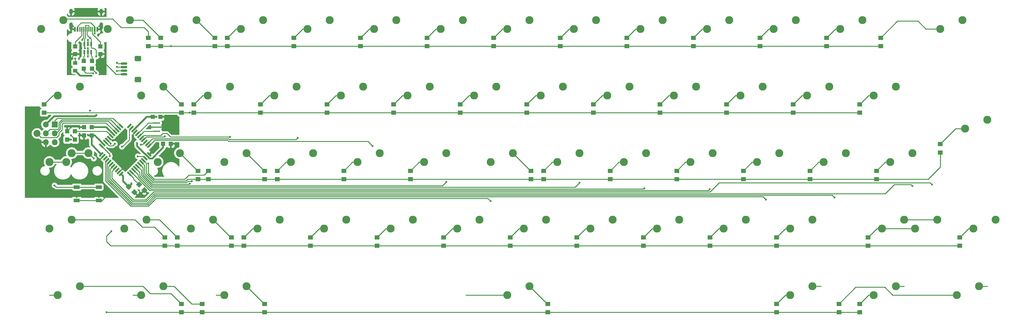
<source format=gbr>
G04 #@! TF.GenerationSoftware,KiCad,Pcbnew,(6.0.0)*
G04 #@! TF.CreationDate,2022-02-12T17:38:39+01:00*
G04 #@! TF.ProjectId,plain60-flex-edition,706c6169-6e36-4302-9d66-6c65782d6564,rev?*
G04 #@! TF.SameCoordinates,Original*
G04 #@! TF.FileFunction,Copper,L2,Bot*
G04 #@! TF.FilePolarity,Positive*
%FSLAX46Y46*%
G04 Gerber Fmt 4.6, Leading zero omitted, Abs format (unit mm)*
G04 Created by KiCad (PCBNEW (6.0.0)) date 2022-02-12 17:38:39*
%MOMM*%
%LPD*%
G01*
G04 APERTURE LIST*
G04 Aperture macros list*
%AMRoundRect*
0 Rectangle with rounded corners*
0 $1 Rounding radius*
0 $2 $3 $4 $5 $6 $7 $8 $9 X,Y pos of 4 corners*
0 Add a 4 corners polygon primitive as box body*
4,1,4,$2,$3,$4,$5,$6,$7,$8,$9,$2,$3,0*
0 Add four circle primitives for the rounded corners*
1,1,$1+$1,$2,$3*
1,1,$1+$1,$4,$5*
1,1,$1+$1,$6,$7*
1,1,$1+$1,$8,$9*
0 Add four rect primitives between the rounded corners*
20,1,$1+$1,$2,$3,$4,$5,0*
20,1,$1+$1,$4,$5,$6,$7,0*
20,1,$1+$1,$6,$7,$8,$9,0*
20,1,$1+$1,$8,$9,$2,$3,0*%
%AMRotRect*
0 Rectangle, with rotation*
0 The origin of the aperture is its center*
0 $1 length*
0 $2 width*
0 $3 Rotation angle, in degrees counterclockwise*
0 Add horizontal line*
21,1,$1,$2,0,0,$3*%
G04 Aperture macros list end*
G04 #@! TA.AperFunction,ComponentPad*
%ADD10C,2.286000*%
G04 #@! TD*
G04 #@! TA.AperFunction,SMDPad,CuDef*
%ADD11R,1.400000X1.200000*%
G04 #@! TD*
G04 #@! TA.AperFunction,SMDPad,CuDef*
%ADD12RotRect,1.500000X0.550000X315.000000*%
G04 #@! TD*
G04 #@! TA.AperFunction,SMDPad,CuDef*
%ADD13RotRect,1.500000X0.550000X225.000000*%
G04 #@! TD*
G04 #@! TA.AperFunction,SMDPad,CuDef*
%ADD14R,2.000000X0.400000*%
G04 #@! TD*
G04 #@! TA.AperFunction,SMDPad,CuDef*
%ADD15R,1.700000X1.000000*%
G04 #@! TD*
G04 #@! TA.AperFunction,SMDPad,CuDef*
%ADD16RotRect,1.200000X1.300000X135.000000*%
G04 #@! TD*
G04 #@! TA.AperFunction,ComponentPad*
%ADD17C,2.000000*%
G04 #@! TD*
G04 #@! TA.AperFunction,SMDPad,CuDef*
%ADD18R,1.300000X1.200000*%
G04 #@! TD*
G04 #@! TA.AperFunction,SMDPad,CuDef*
%ADD19R,0.600000X1.450000*%
G04 #@! TD*
G04 #@! TA.AperFunction,SMDPad,CuDef*
%ADD20R,0.300000X1.450000*%
G04 #@! TD*
G04 #@! TA.AperFunction,ComponentPad*
%ADD21O,1.000000X2.100000*%
G04 #@! TD*
G04 #@! TA.AperFunction,ComponentPad*
%ADD22O,1.000000X1.600000*%
G04 #@! TD*
G04 #@! TA.AperFunction,SMDPad,CuDef*
%ADD23R,1.200000X1.250000*%
G04 #@! TD*
G04 #@! TA.AperFunction,SMDPad,CuDef*
%ADD24R,1.300000X1.000000*%
G04 #@! TD*
G04 #@! TA.AperFunction,SMDPad,CuDef*
%ADD25R,1.200000X1.300000*%
G04 #@! TD*
G04 #@! TA.AperFunction,SMDPad,CuDef*
%ADD26R,0.600000X1.200000*%
G04 #@! TD*
G04 #@! TA.AperFunction,ComponentPad*
%ADD27R,1.700000X1.700000*%
G04 #@! TD*
G04 #@! TA.AperFunction,ComponentPad*
%ADD28O,1.700000X1.700000*%
G04 #@! TD*
G04 #@! TA.AperFunction,SMDPad,CuDef*
%ADD29RoundRect,0.150000X-0.775000X0.150000X-0.775000X-0.150000X0.775000X-0.150000X0.775000X0.150000X0*%
G04 #@! TD*
G04 #@! TA.AperFunction,SMDPad,CuDef*
%ADD30RoundRect,0.332800X-0.567200X0.467200X-0.567200X-0.467200X0.567200X-0.467200X0.567200X0.467200X0*%
G04 #@! TD*
G04 #@! TA.AperFunction,SMDPad,CuDef*
%ADD31RotRect,1.200000X1.250000X135.000000*%
G04 #@! TD*
G04 #@! TA.AperFunction,ViaPad*
%ADD32C,0.600000*%
G04 #@! TD*
G04 #@! TA.AperFunction,Conductor*
%ADD33C,0.250000*%
G04 #@! TD*
G04 #@! TA.AperFunction,Conductor*
%ADD34C,0.500000*%
G04 #@! TD*
G04 APERTURE END LIST*
D10*
X19208750Y-42545000D03*
X12858750Y-45085000D03*
X93027500Y-61595000D03*
X86677500Y-64135000D03*
X226377500Y-80645000D03*
X220027500Y-83185000D03*
X16827500Y-80645000D03*
X10477500Y-83185000D03*
D11*
X245864269Y-11915634D03*
X245864269Y-9515634D03*
D10*
X78740000Y-23495000D03*
X72390000Y-26035000D03*
X97790000Y-23495000D03*
X91440000Y-26035000D03*
X154940000Y-23495000D03*
X148590000Y-26035000D03*
X173990000Y-23495000D03*
X167640000Y-26035000D03*
X40640000Y-23495000D03*
X34290000Y-26035000D03*
X135890000Y-23495000D03*
X129540000Y-26035000D03*
X116840000Y-23495000D03*
X110490000Y-26035000D03*
X59690000Y-23495000D03*
X53340000Y-26035000D03*
X16827500Y-23495000D03*
X10477500Y-26035000D03*
X269240000Y-4445000D03*
X262890000Y-6985000D03*
X145415000Y-4445000D03*
X139065000Y-6985000D03*
X183515000Y-4445000D03*
X177165000Y-6985000D03*
X88265000Y-4445000D03*
X81915000Y-6985000D03*
X240665000Y-4445000D03*
X234315000Y-6985000D03*
X221615000Y-4445000D03*
X215265000Y-6985000D03*
X202565000Y-4445000D03*
X196215000Y-6985000D03*
X164465000Y-4445000D03*
X158115000Y-6985000D03*
X126365000Y-4445000D03*
X120015000Y-6985000D03*
X107315000Y-4445000D03*
X100965000Y-6985000D03*
X69215000Y-4445000D03*
X62865000Y-6985000D03*
X31115000Y-4445000D03*
X24765000Y-6985000D03*
X12065000Y-4445000D03*
X5715000Y-6985000D03*
X50165000Y-4445000D03*
X43815000Y-6985000D03*
X40640000Y-80645000D03*
X34290000Y-83185000D03*
X150177500Y-61595000D03*
X143827500Y-64135000D03*
X252571460Y-61595056D03*
X246221460Y-64135056D03*
X14446250Y-42545000D03*
X8096250Y-45085000D03*
X226377500Y-61595000D03*
X220027500Y-64135000D03*
X169227500Y-61595000D03*
X162877500Y-64135000D03*
X207327500Y-61595000D03*
X200977500Y-64135000D03*
X131127500Y-61595000D03*
X124777500Y-64135000D03*
X188277500Y-61595000D03*
X181927500Y-64135000D03*
X14446250Y-61595000D03*
X8096250Y-64135000D03*
X250190000Y-23495000D03*
X243840000Y-26035000D03*
X54927500Y-61595000D03*
X48577500Y-64135000D03*
X193040000Y-23495000D03*
X186690000Y-26035000D03*
X121602500Y-42545000D03*
X115252500Y-45085000D03*
X64452500Y-42545000D03*
X58102500Y-45085000D03*
X278765000Y-61595000D03*
X272415000Y-64135000D03*
X178752500Y-42545000D03*
X172402500Y-45085000D03*
X231140000Y-23495000D03*
X224790000Y-26035000D03*
X64452500Y-80645000D03*
X58102500Y-83185000D03*
X83502500Y-42545000D03*
X77152500Y-45085000D03*
X35877500Y-61595000D03*
X29527500Y-64135000D03*
X254952500Y-42545000D03*
X248602500Y-45085000D03*
X159702500Y-42545000D03*
X153352500Y-45085000D03*
X102552500Y-42545000D03*
X96202500Y-45085000D03*
X45402500Y-42545000D03*
X39052500Y-45085000D03*
X197802500Y-42545000D03*
X191452500Y-45085000D03*
X235902500Y-42545000D03*
X229552500Y-45085000D03*
X216852500Y-42545000D03*
X210502500Y-45085000D03*
X212090000Y-23495000D03*
X205740000Y-26035000D03*
X140652500Y-42545000D03*
X134302500Y-45085000D03*
X112077500Y-61595000D03*
X105727500Y-64135000D03*
X250190000Y-80645000D03*
X243840000Y-83185000D03*
X73977500Y-61595000D03*
X67627500Y-64135000D03*
X274002728Y-80645072D03*
X267652728Y-83185072D03*
X262096468Y-61595000D03*
X255746468Y-64135000D03*
X145415000Y-80645000D03*
X139065000Y-83185000D03*
X270033980Y-35560000D03*
X276383980Y-33020000D03*
D11*
X239911139Y-88115698D03*
X239911139Y-85715698D03*
X216098619Y-88115698D03*
X216098619Y-85715698D03*
X150614189Y-88115698D03*
X150614189Y-85715698D03*
X69651621Y-88115698D03*
X69651621Y-85715698D03*
X268486163Y-69065682D03*
X268486163Y-66665682D03*
X242292391Y-69065682D03*
X242292391Y-66665682D03*
X216098619Y-69065682D03*
X216098619Y-66665682D03*
X197048603Y-69065682D03*
X197048603Y-66665682D03*
X139898555Y-69065682D03*
X139898555Y-66665682D03*
X101798523Y-69065682D03*
X101798523Y-66665682D03*
X82748507Y-69065682D03*
X82748507Y-66665682D03*
X220861123Y-30965650D03*
X220861123Y-28565650D03*
X225623627Y-50015666D03*
X225623627Y-47615666D03*
X49410979Y-30965650D03*
X49410979Y-28565650D03*
X182761091Y-30965650D03*
X182761091Y-28565650D03*
X206573611Y-50015666D03*
X206573611Y-47615666D03*
X111323531Y-50015666D03*
X111323531Y-47615666D03*
X53578170Y-50015666D03*
X53578170Y-47615666D03*
X187523595Y-50015666D03*
X187523595Y-47615666D03*
X145851685Y-50015666D03*
X145851685Y-47615666D03*
X50601605Y-50015666D03*
X50601605Y-47615666D03*
X73223499Y-50015666D03*
X73223499Y-47615666D03*
X106561027Y-30965650D03*
X106561027Y-28565650D03*
X201811107Y-30965650D03*
X201811107Y-28565650D03*
X125611043Y-30965650D03*
X125611043Y-28565650D03*
X163711075Y-30965650D03*
X163711075Y-28565650D03*
X244673643Y-50015666D03*
X244673643Y-47615666D03*
X149423563Y-50015666D03*
X149423563Y-47615666D03*
X92273515Y-50015666D03*
X92273515Y-47615666D03*
X60126613Y-69065682D03*
X60126613Y-66665682D03*
X158948571Y-69065682D03*
X158948571Y-66665682D03*
X262899287Y-42380061D03*
X262899287Y-39980061D03*
X51792231Y-88115698D03*
X51792231Y-85715698D03*
X168473579Y-50015666D03*
X168473579Y-47615666D03*
X87511011Y-30965650D03*
X87511011Y-28565650D03*
X239911139Y-30965650D03*
X239911139Y-28565650D03*
X69651621Y-50015666D03*
X69651621Y-47615666D03*
X144661059Y-30965650D03*
X144661059Y-28565650D03*
X177998587Y-69065682D03*
X177998587Y-66665682D03*
X120848539Y-69065682D03*
X120848539Y-66665682D03*
X68460995Y-30965650D03*
X68460995Y-28565650D03*
D12*
X22906714Y-40469828D03*
X23472400Y-39904143D03*
X24038085Y-39338458D03*
X24603770Y-38772772D03*
X25169456Y-38207087D03*
X25735141Y-37641401D03*
X26300827Y-37075716D03*
X26866512Y-36510030D03*
X27432198Y-35944345D03*
X27997883Y-35378660D03*
X28563568Y-34812974D03*
D13*
X30967732Y-34812974D03*
X31533417Y-35378660D03*
X32099102Y-35944345D03*
X32664788Y-36510030D03*
X33230473Y-37075716D03*
X33796159Y-37641401D03*
X34361844Y-38207087D03*
X34927530Y-38772772D03*
X35493215Y-39338458D03*
X36058900Y-39904143D03*
X36624586Y-40469828D03*
D12*
X36624586Y-42873992D03*
X36058900Y-43439677D03*
X35493215Y-44005362D03*
X34927530Y-44571048D03*
X34361844Y-45136733D03*
X33796159Y-45702419D03*
X33230473Y-46268104D03*
X32664788Y-46833790D03*
X32099102Y-47399475D03*
X31533417Y-47965160D03*
X30967732Y-48530846D03*
D13*
X28563568Y-48530846D03*
X27997883Y-47965160D03*
X27432198Y-47399475D03*
X26866512Y-46833790D03*
X26300827Y-46268104D03*
X25735141Y-45702419D03*
X25169456Y-45136733D03*
X24603770Y-44571048D03*
X24038085Y-44005362D03*
X23472400Y-43439677D03*
X22906714Y-42873992D03*
D14*
X38695345Y-36323467D03*
X38695345Y-33923467D03*
X38695345Y-35123467D03*
D15*
X22200016Y-56073483D03*
X15900016Y-56073483D03*
X15900016Y-52273483D03*
X22200016Y-52273483D03*
D16*
X35267505Y-53126895D03*
X33711871Y-51571261D03*
D11*
X173236083Y-11915634D03*
X173236083Y-9515634D03*
X154186067Y-11915634D03*
X154186067Y-9515634D03*
X230386131Y-11915634D03*
X230386131Y-9515634D03*
X192286099Y-11915634D03*
X192286099Y-9515634D03*
X45839101Y-30965650D03*
X45839101Y-28565650D03*
X6548443Y-30965650D03*
X6548443Y-28565650D03*
X211336115Y-11915634D03*
X211336115Y-9515634D03*
X116086035Y-11915634D03*
X116086035Y-9515634D03*
X55364109Y-11915634D03*
X55364109Y-9515634D03*
X77986003Y-11915634D03*
X77986003Y-9515634D03*
X135136051Y-11915634D03*
X135136051Y-9515634D03*
X97036019Y-11915634D03*
X97036019Y-9515634D03*
X58935987Y-11915634D03*
X58935987Y-9515634D03*
D17*
X4524382Y-36909406D03*
D11*
X233958009Y-88115698D03*
X233958009Y-85715698D03*
D18*
X17859390Y-18364077D03*
X17859390Y-16164077D03*
D19*
X15343000Y-7075000D03*
X16118000Y-7075000D03*
D20*
X16818000Y-7075000D03*
X17318000Y-7075000D03*
X17818000Y-7075000D03*
X18318000Y-7075000D03*
X18818000Y-7075000D03*
X19318000Y-7075000D03*
X19818000Y-7075000D03*
X20318000Y-7075000D03*
D19*
X21018000Y-7075000D03*
X21793000Y-7075000D03*
D21*
X22888000Y-6160000D03*
X14248000Y-6160000D03*
D22*
X22888000Y-1980000D03*
X14248000Y-1980000D03*
D11*
X63698491Y-69065682D03*
X63698491Y-66665682D03*
D23*
X39795345Y-32146902D03*
X37595345Y-32146902D03*
X17950016Y-37504719D03*
X20150016Y-37504719D03*
D11*
X41076597Y-69065682D03*
X41076597Y-66665682D03*
D24*
X15478138Y-18959390D03*
X15478138Y-16759390D03*
D11*
X36314093Y-11915634D03*
X36314093Y-9515634D03*
X44648475Y-69065682D03*
X44648475Y-66665682D03*
D18*
X20240642Y-16164077D03*
X20240642Y-18364077D03*
D23*
X15387512Y-36314093D03*
X13187512Y-36314093D03*
X42771910Y-39885971D03*
X40571910Y-39885971D03*
D25*
X15387512Y-38695345D03*
X13187512Y-38695345D03*
D18*
X22621894Y-11996886D03*
X22621894Y-14196886D03*
D11*
X39885971Y-11915634D03*
X39885971Y-9515634D03*
X45839101Y-88115698D03*
X45839101Y-85715698D03*
D26*
X18100016Y-11351573D03*
X19050016Y-11351573D03*
X20000016Y-11351573D03*
X20000016Y-13651573D03*
X19050016Y-13651573D03*
X18100016Y-13651573D03*
D27*
X9604382Y-34369406D03*
D28*
X7064382Y-34369406D03*
X9604382Y-36909406D03*
X7064382Y-36909406D03*
X9604382Y-39449406D03*
X7064382Y-39449406D03*
D18*
X15478138Y-14196886D03*
X15478138Y-11996886D03*
D29*
X29401589Y-16954703D03*
X29401589Y-17954703D03*
X29401589Y-18954703D03*
X29401589Y-19954703D03*
D30*
X33426589Y-15454703D03*
X33426589Y-21454703D03*
D23*
X17950016Y-35123467D03*
X20150016Y-35123467D03*
D31*
X32329406Y-53760674D03*
X30773772Y-52205040D03*
D32*
X40481284Y-35123467D03*
X32146902Y-38695345D03*
X19050016Y-10150008D03*
X14287512Y-35123467D03*
X19050016Y-50601605D03*
X16668764Y-35123467D03*
X27384398Y-38100032D03*
X17859390Y-39290658D03*
X29170337Y-46434414D03*
X25598459Y-53578170D03*
X33932841Y-54173483D03*
X19645329Y-30340650D03*
X16668764Y-36939093D03*
X42624414Y-42862536D03*
X14678135Y-15478138D03*
X23217207Y-16162513D03*
X43457849Y-32742215D03*
X37504719Y-42267223D03*
X22621894Y-45243788D03*
X23812520Y-16668764D03*
X33128754Y-34914693D03*
X19050016Y-37340647D03*
X33128754Y-39677197D03*
X31551589Y-51196918D03*
X14287512Y-38695345D03*
X20135603Y-20346163D03*
X21546884Y-31603126D03*
X38100032Y-43457849D03*
X35183552Y-42564329D03*
X22263602Y-38695345D03*
X18881229Y-31928125D03*
X24943891Y-35718780D03*
X21431268Y-35123467D03*
X38695345Y-32146902D03*
X48220353Y-51265666D03*
X42853162Y-11915634D03*
X48815666Y-50640666D03*
X48210979Y-30965650D03*
X20776434Y-44112683D03*
X36357881Y-45525698D03*
X33337528Y-43457849D03*
X25780499Y-64889117D03*
X24407833Y-88106324D03*
X25351828Y-43415908D03*
X34250052Y-40139041D03*
X41076597Y-37766342D03*
X59690000Y-37941332D03*
X79117081Y-38159580D03*
X100548341Y-40540840D03*
X121602500Y-50760253D03*
X134302500Y-56316497D03*
X159702500Y-51038302D03*
X178216771Y-52605728D03*
X196969123Y-52903377D03*
X213042566Y-55879934D03*
X232687887Y-55284613D03*
X254952500Y-51950767D03*
X260508750Y-51553887D03*
X27384398Y-17859390D03*
X17475016Y-10120321D03*
X19645329Y-9525008D03*
X21431268Y-14912512D03*
X18250013Y-12501573D03*
X27384398Y-19050016D03*
X28821654Y-40727915D03*
X14287512Y-37504719D03*
X9525008Y-51792231D03*
X19050016Y-14882825D03*
X19050016Y-12501573D03*
X27384398Y-16668764D03*
X15478138Y-15478138D03*
X21033763Y-8243619D03*
X20589324Y-19687270D03*
X25598459Y-39856284D03*
X26789085Y-39885971D03*
X21431268Y-19645329D03*
D33*
X15900016Y-56073483D02*
X22200016Y-56073483D01*
X267319348Y-35560000D02*
X270033980Y-35560000D01*
X262899287Y-39980061D02*
X267319348Y-35560000D01*
X262899287Y-46523473D02*
X262899287Y-42380061D01*
X259407094Y-50015666D02*
X262899287Y-46523473D01*
X259407094Y-50015666D02*
X244673643Y-50015666D01*
X38599358Y-55488296D02*
X39379287Y-55488296D01*
X38114622Y-55973032D02*
X38599358Y-55488296D01*
X38412468Y-55038776D02*
X212201408Y-55038776D01*
X31532506Y-57295351D02*
X36155894Y-57295351D01*
X25218608Y-50981456D02*
X31532506Y-57295351D01*
X36155894Y-57295351D02*
X38412468Y-55038776D01*
X24569672Y-45677262D02*
X24569672Y-50332520D01*
X212201408Y-55038776D02*
X213042566Y-55879934D01*
X25110201Y-45136733D02*
X24569672Y-45677262D01*
X25169456Y-45136733D02*
X25110201Y-45136733D01*
X24569672Y-50332520D02*
X25218608Y-50981456D01*
X25019682Y-46417878D02*
X25735141Y-45702419D01*
X25019682Y-50146118D02*
X25019682Y-46417878D01*
X35969493Y-56845341D02*
X31718906Y-56845341D01*
X31718906Y-56845341D02*
X25019682Y-50146118D01*
X38224886Y-54589256D02*
X37741821Y-55072321D01*
X37741821Y-55073013D02*
X35969493Y-56845341D01*
X231992530Y-54589256D02*
X38224886Y-54589256D01*
X232687887Y-55284613D02*
X231992530Y-54589256D01*
X37741821Y-55072321D02*
X37741821Y-55073013D01*
X254503358Y-51501625D02*
X254952500Y-51950767D01*
X249808947Y-51501625D02*
X254503358Y-51501625D01*
X247170836Y-54139736D02*
X249808947Y-51501625D01*
X35783093Y-56395331D02*
X38038688Y-54139736D01*
X38038688Y-54139736D02*
X247170836Y-54139736D01*
X31905303Y-56395331D02*
X35783093Y-56395331D01*
X25469692Y-47099239D02*
X25469692Y-49959719D01*
X26300827Y-46268104D02*
X25469692Y-47099239D01*
X25469692Y-49959719D02*
X31905303Y-56395331D01*
X133474299Y-55488296D02*
X134302500Y-56316497D01*
X39206875Y-55488296D02*
X133474299Y-55488296D01*
X31346106Y-57745361D02*
X36342293Y-57745361D01*
X36342293Y-57745361D02*
X38114622Y-55973032D01*
X24119662Y-50518918D02*
X31346106Y-57745361D01*
X24119662Y-45055156D02*
X24119662Y-50518918D01*
X24603770Y-44571048D02*
X24119662Y-45055156D01*
X25919702Y-47780600D02*
X26866512Y-46833790D01*
X32091703Y-55945321D02*
X25919702Y-49773319D01*
X35596693Y-55945321D02*
X32091703Y-55945321D01*
X25919702Y-49773319D02*
X25919702Y-47780600D01*
X37851798Y-53690216D02*
X35596693Y-55945321D01*
X197065477Y-53690216D02*
X37851798Y-53690216D01*
X260006478Y-51051615D02*
X199704078Y-51051615D01*
X199704078Y-51051615D02*
X197065477Y-53690216D01*
X260508750Y-51553887D02*
X260006478Y-51051615D01*
X17950016Y-39200032D02*
X17859390Y-39290658D01*
X23103146Y-56073483D02*
X25598459Y-53578170D01*
X35267505Y-53126895D02*
X34979429Y-53126895D01*
X25169456Y-38207087D02*
X25657714Y-38695345D01*
X22200016Y-56073483D02*
X23103146Y-56073483D01*
X38695345Y-35123467D02*
X40481284Y-35123467D01*
X13187512Y-36314093D02*
X13187512Y-36223467D01*
X32664788Y-36510030D02*
X32146902Y-37027916D01*
X23217207Y-16162513D02*
X23306269Y-16162513D01*
X17234390Y-37504719D02*
X16668764Y-36939093D01*
X36624586Y-42873992D02*
X36140477Y-42389883D01*
X17950016Y-37504719D02*
X17234390Y-37504719D01*
X36897950Y-42873992D02*
X37504719Y-42267223D01*
X34979429Y-53126895D02*
X33932841Y-54173483D01*
X36624586Y-42873992D02*
X36897950Y-42873992D01*
X17950016Y-35123467D02*
X16668764Y-35123467D01*
X26793235Y-38691195D02*
X27384398Y-38100032D01*
X17950016Y-37504719D02*
X17950016Y-39200032D01*
X23472400Y-43439677D02*
X22621894Y-44290183D01*
X22621894Y-44290183D02*
X22621894Y-45243788D01*
X19050016Y-11351573D02*
X19050016Y-10150008D01*
X25653564Y-38691195D02*
X26793235Y-38691195D01*
X14678135Y-14684389D02*
X14678135Y-15478138D01*
X29170337Y-46792706D02*
X29170337Y-46434414D01*
X25169456Y-38207087D02*
X25653564Y-38691195D01*
X23306269Y-16162513D02*
X23812520Y-16668764D01*
X27997883Y-47965160D02*
X29170337Y-46792706D01*
X13187512Y-36223467D02*
X14287512Y-35123467D01*
X15478138Y-13884386D02*
X14678135Y-14684389D01*
X22085955Y-55959422D02*
X22200016Y-56073483D01*
X27098459Y-19954703D02*
X23812520Y-16668764D01*
X29401589Y-19954703D02*
X27098459Y-19954703D01*
X32146902Y-37027916D02*
X32146902Y-38695345D01*
D34*
X9455673Y-31978115D02*
X7064382Y-34369406D01*
X12670360Y-31978115D02*
X21171895Y-31978115D01*
X21431268Y-35123467D02*
X24348578Y-35123467D01*
X22263602Y-38695345D02*
X23472400Y-39904143D01*
X39171597Y-42386284D02*
X38100032Y-43457849D01*
X20150016Y-37504719D02*
X19214088Y-37504719D01*
X35896545Y-32146902D02*
X33128754Y-34914693D01*
X15478138Y-18959390D02*
X16227700Y-19708952D01*
X21549778Y-37981522D02*
X21549779Y-37981522D01*
X21549778Y-37981522D02*
X22263602Y-38695345D01*
X33128754Y-40509531D02*
X33128754Y-39677197D01*
X37509095Y-44048786D02*
X38100032Y-43457849D01*
X35183552Y-42564329D02*
X33128754Y-40509531D01*
X30773772Y-52205040D02*
X29170337Y-50601605D01*
X11241612Y-31978115D02*
X12670360Y-31978115D01*
X36058900Y-43439677D02*
X35183552Y-42564329D01*
X31551589Y-51196918D02*
X31551589Y-51427223D01*
X24943891Y-35718780D02*
X26300827Y-37075716D01*
X20432829Y-35123467D02*
X21431268Y-35123467D01*
X37595345Y-32146902D02*
X38695345Y-32146902D01*
X37595345Y-32146902D02*
X35896545Y-32146902D01*
X21072976Y-37504719D02*
X21549778Y-37981522D01*
X32099102Y-35944345D02*
X33128754Y-34914693D01*
X31551589Y-51427223D02*
X30773772Y-52205040D01*
X16227700Y-19708952D02*
X16864911Y-20346163D01*
X19214088Y-37504719D02*
X19050016Y-37340647D01*
X40571910Y-40985971D02*
X39171597Y-42386284D01*
X22906714Y-42873992D02*
X20150016Y-40117294D01*
X29170337Y-50601605D02*
X29170337Y-49137615D01*
X21549779Y-37981522D02*
X21847435Y-38279178D01*
X20432829Y-37504719D02*
X21072976Y-37504719D01*
X11836925Y-31978115D02*
X12670360Y-31978115D01*
X11241612Y-31978115D02*
X9455673Y-31978115D01*
X36668009Y-44048786D02*
X37509095Y-44048786D01*
X36058900Y-43439677D02*
X36668009Y-44048786D01*
X40571910Y-39885971D02*
X40571910Y-40985971D01*
X29170337Y-49137615D02*
X28563568Y-48530846D01*
X16864911Y-20346163D02*
X20135603Y-20346163D01*
X33337528Y-40718305D02*
X36058900Y-43439677D01*
X21171895Y-31978115D02*
X21546884Y-31603126D01*
X24348578Y-35123467D02*
X24943891Y-35718780D01*
X20150016Y-40117294D02*
X20150016Y-37504719D01*
X20432829Y-35123467D02*
X20240642Y-35123467D01*
X13187512Y-38695345D02*
X14287512Y-38695345D01*
D33*
X33796159Y-45702419D02*
X34832861Y-46739121D01*
X116086035Y-11915634D02*
X135136051Y-11915634D01*
X39885971Y-11915634D02*
X42853162Y-11915634D01*
X77986003Y-11915634D02*
X97036019Y-11915634D01*
X230386131Y-11915634D02*
X245864269Y-11915634D01*
X36314093Y-11915634D02*
X38109406Y-11915634D01*
X97036019Y-11915634D02*
X116086035Y-11915634D01*
X55364109Y-11915634D02*
X58935987Y-11915634D01*
X37554554Y-51440657D02*
X48045362Y-51440657D01*
X42853162Y-11915634D02*
X55364109Y-11915634D01*
X34832861Y-46739121D02*
X34832861Y-48718964D01*
X173236083Y-11915634D02*
X192286099Y-11915634D01*
X192286099Y-11915634D02*
X211336115Y-11915634D01*
X34832861Y-48718964D02*
X37554554Y-51440657D01*
X58935987Y-11915634D02*
X77986003Y-11915634D01*
X211336115Y-11915634D02*
X230386131Y-11915634D01*
X154186067Y-11915634D02*
X173236083Y-11915634D01*
X135136051Y-11915634D02*
X154186067Y-11915634D01*
X38109406Y-11915634D02*
X39885971Y-11915634D01*
X48045362Y-51440657D02*
X48220353Y-51265666D01*
X35123467Y-6548443D02*
X28575024Y-6548443D01*
X12342809Y-4167191D02*
X12065000Y-4445000D01*
X26193772Y-4167191D02*
X12342809Y-4167191D01*
X28575024Y-6548443D02*
X26193772Y-4167191D01*
X36314093Y-7739069D02*
X35123467Y-6548443D01*
X36314093Y-9515634D02*
X36314093Y-7739069D01*
X34815337Y-4445000D02*
X31115000Y-4445000D01*
X39885971Y-9515634D02*
X34815337Y-4445000D01*
X55364109Y-9515634D02*
X55235634Y-9515634D01*
X55235634Y-9515634D02*
X50165000Y-4445000D01*
X58935987Y-9515634D02*
X61466621Y-6985000D01*
X61466621Y-6985000D02*
X62865000Y-6985000D01*
X77986003Y-9515634D02*
X80516637Y-6985000D01*
X80516637Y-6985000D02*
X81915000Y-6985000D01*
X97036019Y-9515634D02*
X99566653Y-6985000D01*
X99566653Y-6985000D02*
X100965000Y-6985000D01*
X116086035Y-9515634D02*
X118616669Y-6985000D01*
X118616669Y-6985000D02*
X120015000Y-6985000D01*
X135136051Y-9515634D02*
X137666685Y-6985000D01*
X137666685Y-6985000D02*
X139065000Y-6985000D01*
X154186067Y-9515634D02*
X156716701Y-6985000D01*
X156716701Y-6985000D02*
X158115000Y-6985000D01*
X173236083Y-9515634D02*
X175766717Y-6985000D01*
X175766717Y-6985000D02*
X177165000Y-6985000D01*
X192286099Y-9515634D02*
X194816733Y-6985000D01*
X194816733Y-6985000D02*
X196215000Y-6985000D01*
X211336115Y-9515634D02*
X213866749Y-6985000D01*
X213866749Y-6985000D02*
X215265000Y-6985000D01*
X230386131Y-9515634D02*
X232916765Y-6985000D01*
X232916765Y-6985000D02*
X234315000Y-6985000D01*
X256579903Y-4762504D02*
X253603338Y-4762504D01*
X262890000Y-6985000D02*
X258802399Y-6985000D01*
X258802399Y-6985000D02*
X256579903Y-4762504D01*
X250617399Y-4762504D02*
X253603338Y-4762504D01*
X245864269Y-9515634D02*
X250617399Y-4762504D01*
X9079093Y-26035000D02*
X10477500Y-26035000D01*
X6548443Y-28565650D02*
X9079093Y-26035000D01*
X182761091Y-30965650D02*
X201811107Y-30965650D01*
X47314120Y-50990647D02*
X47664101Y-50640666D01*
X201811107Y-30965650D02*
X220861123Y-30965650D01*
X47664101Y-50640666D02*
X48815666Y-50640666D01*
X37740954Y-50990647D02*
X47314120Y-50990647D01*
X220861123Y-30965650D02*
X236339261Y-30965650D01*
X49410979Y-30965650D02*
X68460995Y-30965650D01*
X34361844Y-45136733D02*
X35282871Y-46057760D01*
X87511011Y-30965650D02*
X106561027Y-30965650D01*
X236339261Y-30965650D02*
X239911139Y-30965650D01*
X48210979Y-30965650D02*
X49410979Y-30965650D01*
X163711075Y-30965650D02*
X182761091Y-30965650D01*
X144661059Y-30965650D02*
X163711075Y-30965650D01*
X125611043Y-30965650D02*
X144661059Y-30965650D01*
X45839101Y-30965650D02*
X48210979Y-30965650D01*
X106561027Y-30965650D02*
X125611043Y-30965650D01*
X68460995Y-30965650D02*
X87511011Y-30965650D01*
X35282871Y-46057760D02*
X35282871Y-48532564D01*
X35282871Y-48532564D02*
X37740954Y-50990647D01*
X6548443Y-30965650D02*
X45839101Y-30965650D01*
X45839101Y-28565650D02*
X45710650Y-28565650D01*
X45710650Y-28565650D02*
X40640000Y-23495000D01*
X51941629Y-26035000D02*
X53340000Y-26035000D01*
X49410979Y-28565650D02*
X51941629Y-26035000D01*
X70991645Y-26035000D02*
X72390000Y-26035000D01*
X68460995Y-28565650D02*
X70991645Y-26035000D01*
X90041661Y-26035000D02*
X91440000Y-26035000D01*
X87511011Y-28565650D02*
X90041661Y-26035000D01*
X106561027Y-28565650D02*
X109091677Y-26035000D01*
X109091677Y-26035000D02*
X110490000Y-26035000D01*
X125611043Y-28565650D02*
X128141693Y-26035000D01*
X128141693Y-26035000D02*
X129540000Y-26035000D01*
X144661059Y-28565650D02*
X147191709Y-26035000D01*
X147191709Y-26035000D02*
X148590000Y-26035000D01*
X163711075Y-28565650D02*
X166241725Y-26035000D01*
X166241725Y-26035000D02*
X167640000Y-26035000D01*
X182761091Y-28565650D02*
X185291741Y-26035000D01*
X185291741Y-26035000D02*
X186690000Y-26035000D01*
X201811107Y-28565650D02*
X204341757Y-26035000D01*
X204341757Y-26035000D02*
X205740000Y-26035000D01*
X223391773Y-26035000D02*
X224790000Y-26035000D01*
X220861123Y-28565650D02*
X223391773Y-26035000D01*
X242441789Y-26035000D02*
X243840000Y-26035000D01*
X239911139Y-28565650D02*
X242441789Y-26035000D01*
X187523595Y-50015666D02*
X206573611Y-50015666D01*
X145851685Y-50015666D02*
X149423563Y-50015666D01*
X206573611Y-50015666D02*
X225623627Y-50015666D01*
X111323531Y-50015666D02*
X145851685Y-50015666D01*
X48825040Y-50015666D02*
X50601605Y-50015666D01*
X73223499Y-50015666D02*
X92273515Y-50015666D01*
X47127720Y-50540637D02*
X47652691Y-50015666D01*
X50601605Y-50015666D02*
X54173483Y-50015666D01*
X35732881Y-48346164D02*
X37927354Y-50540637D01*
X47652691Y-50015666D02*
X48825040Y-50015666D01*
X35732881Y-45376399D02*
X35732881Y-48346164D01*
X37927354Y-50540637D02*
X47127720Y-50540637D01*
X225623627Y-50015666D02*
X244673643Y-50015666D01*
X34927530Y-44571048D02*
X35732881Y-45376399D01*
X92273515Y-50015666D02*
X111323531Y-50015666D01*
X149423563Y-50015666D02*
X168473579Y-50015666D01*
X54173483Y-50015666D02*
X73223499Y-50015666D01*
X168473579Y-50015666D02*
X187523595Y-50015666D01*
X38029419Y-50006292D02*
X36357881Y-48334754D01*
X14446250Y-42545000D02*
X19208750Y-42545000D01*
X47982231Y-48815666D02*
X46791605Y-50006292D01*
X36357881Y-47343130D02*
X36357881Y-45525698D01*
X53578170Y-47615666D02*
X52378170Y-48815666D01*
X36357881Y-47343130D02*
X36357881Y-46488493D01*
X20776434Y-44112683D02*
X20861198Y-44197448D01*
X52378170Y-48815666D02*
X47982231Y-48815666D01*
X53568796Y-47615666D02*
X53578170Y-47615666D01*
X46791605Y-50006292D02*
X38029419Y-50006292D01*
X36357881Y-48334754D02*
X36357881Y-47343130D01*
X19208750Y-42545000D02*
X20776434Y-44112683D01*
X50473166Y-47615666D02*
X45402500Y-42545000D01*
X50601605Y-47615666D02*
X50473166Y-47615666D01*
X69651621Y-47615666D02*
X69523166Y-47615666D01*
X69523166Y-47615666D02*
X64452500Y-42545000D01*
X75754165Y-45085000D02*
X77152500Y-45085000D01*
X73223499Y-47615666D02*
X75754165Y-45085000D01*
X94804181Y-45085000D02*
X96202500Y-45085000D01*
X92273515Y-47615666D02*
X94804181Y-45085000D01*
X111323531Y-47615666D02*
X113854197Y-45085000D01*
X113854197Y-45085000D02*
X115252500Y-45085000D01*
X145723166Y-47615666D02*
X140652500Y-42545000D01*
X145851685Y-47615666D02*
X145723166Y-47615666D01*
X149423563Y-47615666D02*
X151954229Y-45085000D01*
X151954229Y-45085000D02*
X153352500Y-45085000D01*
X171004245Y-45085000D02*
X172402500Y-45085000D01*
X168473579Y-47615666D02*
X171004245Y-45085000D01*
X187523595Y-47615666D02*
X190054261Y-45085000D01*
X190054261Y-45085000D02*
X191452500Y-45085000D01*
X206573611Y-47615666D02*
X209104277Y-45085000D01*
X209104277Y-45085000D02*
X210502500Y-45085000D01*
X228154293Y-45085000D02*
X229552500Y-45085000D01*
X225623627Y-47615666D02*
X228154293Y-45085000D01*
X247204309Y-45085000D02*
X248602500Y-45085000D01*
X244673643Y-47615666D02*
X247204309Y-45085000D01*
X41076597Y-69065682D02*
X44648475Y-69065682D01*
X82748507Y-69065682D02*
X101798523Y-69065682D01*
X41076597Y-69065682D02*
X25607833Y-69065682D01*
X101798523Y-69065682D02*
X120848539Y-69065682D01*
X24407833Y-66261783D02*
X25780499Y-64889117D01*
X216098619Y-69065682D02*
X242292391Y-69065682D01*
X34975390Y-43487537D02*
X35493215Y-44005362D01*
X33367216Y-43487537D02*
X34975390Y-43487537D01*
X24407833Y-67865682D02*
X24407833Y-66261783D01*
X216098619Y-69065682D02*
X197048603Y-69065682D01*
X63698491Y-69065682D02*
X82748507Y-69065682D01*
X60126613Y-69065682D02*
X63698491Y-69065682D01*
X25607833Y-69065682D02*
X24407833Y-67865682D01*
X33337528Y-43457849D02*
X33367216Y-43487537D01*
X242292391Y-69065682D02*
X268486163Y-69065682D01*
X139898555Y-69065682D02*
X158948571Y-69065682D01*
X120848539Y-69065682D02*
X139898555Y-69065682D01*
X158948571Y-69065682D02*
X177998587Y-69065682D01*
X44648475Y-69065682D02*
X60126613Y-69065682D01*
X177998587Y-69065682D02*
X197048603Y-69065682D01*
X35123467Y-63698491D02*
X34641219Y-63698491D01*
X14446250Y-61595000D02*
X23971250Y-61595000D01*
X32537728Y-61595000D02*
X23971250Y-61595000D01*
X34641219Y-63698491D02*
X32537728Y-61595000D01*
X38109406Y-63698491D02*
X35123467Y-63698491D01*
X41076597Y-66665682D02*
X38109406Y-63698491D01*
X39577793Y-61595000D02*
X35877500Y-61595000D01*
X44648475Y-66665682D02*
X39577793Y-61595000D01*
X59998182Y-66665682D02*
X54927500Y-61595000D01*
X60126613Y-66665682D02*
X59998182Y-66665682D01*
X63698491Y-66665682D02*
X66229173Y-64135000D01*
X66229173Y-64135000D02*
X67627500Y-64135000D01*
X82748507Y-66665682D02*
X85279189Y-64135000D01*
X85279189Y-64135000D02*
X86677500Y-64135000D01*
X101798523Y-66665682D02*
X104329205Y-64135000D01*
X104329205Y-64135000D02*
X105727500Y-64135000D01*
X120848539Y-66665682D02*
X123379221Y-64135000D01*
X123379221Y-64135000D02*
X124777500Y-64135000D01*
X142429237Y-64135000D02*
X143827500Y-64135000D01*
X139898555Y-66665682D02*
X142429237Y-64135000D01*
X158948571Y-66665682D02*
X161479253Y-64135000D01*
X161479253Y-64135000D02*
X162877500Y-64135000D01*
X177998587Y-66665682D02*
X180529269Y-64135000D01*
X180529269Y-64135000D02*
X181927500Y-64135000D01*
X197048603Y-66665682D02*
X199579285Y-64135000D01*
X199579285Y-64135000D02*
X200977500Y-64135000D01*
X218629301Y-64135000D02*
X220027500Y-64135000D01*
X216098619Y-66665682D02*
X218629301Y-64135000D01*
X255746412Y-64135056D02*
X255746468Y-64135000D01*
X244823017Y-64135056D02*
X246221460Y-64135056D01*
X246221460Y-64135056D02*
X255746412Y-64135056D01*
X242292391Y-66665682D02*
X244823017Y-64135056D01*
X268486163Y-66665682D02*
X271016845Y-64135000D01*
X271016845Y-64135000D02*
X272415000Y-64135000D01*
X45839101Y-85715698D02*
X42871910Y-82748507D01*
X34805899Y-80645000D02*
X16827500Y-80645000D01*
X36909406Y-82748507D02*
X34805899Y-80645000D01*
X42871910Y-82748507D02*
X36909406Y-82748507D01*
X25351828Y-42914942D02*
X22906714Y-40469828D01*
X45829727Y-88106324D02*
X45839101Y-88115698D01*
X69651621Y-88115698D02*
X150614189Y-88115698D01*
X233958009Y-88115698D02*
X239911139Y-88115698D01*
X216098619Y-88115698D02*
X233958009Y-88115698D01*
X45839101Y-88115698D02*
X51792231Y-88115698D01*
X24407833Y-88106324D02*
X45829727Y-88106324D01*
X210145489Y-88115698D02*
X216098619Y-88115698D01*
X25351828Y-43415908D02*
X25351828Y-42914942D01*
X150614189Y-88115698D02*
X210145489Y-88115698D01*
X51792231Y-88115698D02*
X69651621Y-88115698D01*
X48806292Y-85715698D02*
X43735594Y-80645000D01*
X42544968Y-80645000D02*
X40640000Y-80645000D01*
X43735594Y-80645000D02*
X42544968Y-80645000D01*
X51792231Y-85715698D02*
X48806292Y-85715698D01*
X69523198Y-85715698D02*
X64452500Y-80645000D01*
X69651621Y-85715698D02*
X69523198Y-85715698D01*
X150614189Y-85715698D02*
X150485698Y-85715698D01*
X150485698Y-85715698D02*
X145415000Y-80645000D01*
X218629317Y-83185000D02*
X220027500Y-83185000D01*
X216098619Y-85715698D02*
X218629317Y-83185000D01*
X242441837Y-83185000D02*
X243840000Y-83185000D01*
X239911139Y-85715698D02*
X242441837Y-83185000D01*
X233958009Y-85715698D02*
X238711139Y-80962568D01*
X249277399Y-83185072D02*
X267652728Y-83185072D01*
X247054895Y-80962568D02*
X249277399Y-83185072D01*
X238711139Y-80962568D02*
X247054895Y-80962568D01*
X15478138Y-11310947D02*
X15478138Y-12309386D01*
X15478138Y-10715634D02*
X15478138Y-11310947D01*
X15478138Y-11996886D02*
X15478138Y-11310947D01*
X17318000Y-8875772D02*
X15478138Y-10715634D01*
X17318000Y-7075000D02*
X17318000Y-8875772D01*
X22621894Y-11996886D02*
X22621894Y-10715634D01*
X22621894Y-12309386D02*
X22621894Y-10715634D01*
X22621894Y-10715634D02*
X20318000Y-8411740D01*
X20318000Y-8411740D02*
X20318000Y-7075000D01*
X35493215Y-39338458D02*
X34692632Y-40139041D01*
X34692632Y-40139041D02*
X34250052Y-40139041D01*
X8096250Y-83185000D02*
X10477500Y-83185000D01*
X8096250Y-45085000D02*
X12858750Y-45085000D01*
X31908750Y-83185000D02*
X34290000Y-83185000D01*
X34927530Y-38772772D02*
X35758970Y-37941332D01*
X40901607Y-37941332D02*
X41076597Y-37766342D01*
X35758970Y-37941332D02*
X40901607Y-37941332D01*
X59690000Y-37941332D02*
X42703836Y-37941332D01*
X35077609Y-37491322D02*
X35572570Y-37491322D01*
X34361844Y-38207087D02*
X35077609Y-37491322D01*
X40481284Y-36909406D02*
X41076597Y-36909406D01*
X41671910Y-36909406D02*
X42703836Y-37941332D01*
X41076597Y-36909406D02*
X41671910Y-36909406D01*
X39899368Y-37491322D02*
X40481284Y-36909406D01*
X55721250Y-83185000D02*
X58102500Y-83185000D01*
X35572570Y-37491322D02*
X39899368Y-37491322D01*
X36058900Y-39904143D02*
X36790896Y-39172148D01*
X59519011Y-38695345D02*
X59215008Y-38391342D01*
X78581316Y-38695345D02*
X59519011Y-38695345D01*
X37571702Y-38391342D02*
X36790896Y-39172148D01*
X59215008Y-38391342D02*
X37571702Y-38391342D01*
X79117081Y-38159580D02*
X78581316Y-38695345D01*
X59332611Y-39145355D02*
X99152856Y-39145355D01*
X99152856Y-39145355D02*
X99357715Y-39350214D01*
X36624586Y-40469828D02*
X38253062Y-38841352D01*
X38253062Y-38841352D02*
X59028608Y-38841352D01*
X59028608Y-38841352D02*
X59332611Y-39145355D01*
X99357715Y-39350214D02*
X100548341Y-40540840D01*
X37368154Y-51890667D02*
X39192222Y-51890667D01*
X33230473Y-46268104D02*
X34382851Y-47420482D01*
X34382851Y-48905364D02*
X37368154Y-51890667D01*
X39192222Y-51890667D02*
X48121917Y-51890667D01*
X34382851Y-47420482D02*
X34382851Y-48905364D01*
X48121917Y-51890667D02*
X120472086Y-51890667D01*
X120472086Y-51890667D02*
X121602500Y-50760253D01*
X127158750Y-83185000D02*
X137080810Y-83185000D01*
X137080810Y-83185000D02*
X139065000Y-83185000D01*
X48862533Y-52340677D02*
X158400125Y-52340677D01*
X32664788Y-46833790D02*
X33932841Y-48101843D01*
X33932841Y-48101843D02*
X33932841Y-49091764D01*
X33932841Y-49091764D02*
X37181754Y-52340677D01*
X37181754Y-52340677D02*
X38742212Y-52340677D01*
X38742212Y-52340677D02*
X48862533Y-52340677D01*
X158400125Y-52340677D02*
X159702500Y-51038302D01*
X36995353Y-52790686D02*
X38292203Y-52790686D01*
X178031813Y-52790686D02*
X178216771Y-52605728D01*
X38292203Y-52790686D02*
X178031813Y-52790686D01*
X33476587Y-49271920D02*
X36995353Y-52790686D01*
X32099102Y-47399475D02*
X33476587Y-48776960D01*
X33476587Y-48776960D02*
X33476587Y-49271920D01*
X196631804Y-53240696D02*
X196969123Y-52903377D01*
X31533417Y-47965160D02*
X36808953Y-53240696D01*
X36808953Y-53240696D02*
X196631804Y-53240696D01*
X226377500Y-80645000D02*
X228758750Y-80645000D01*
X250190000Y-80645000D02*
X252571250Y-80645000D01*
X252571460Y-61595056D02*
X262096412Y-61595056D01*
X262096412Y-61595056D02*
X262096468Y-61595000D01*
X274002728Y-80645072D02*
X276383750Y-80645072D01*
X20000016Y-11351573D02*
X20000016Y-12260947D01*
X20000016Y-12260947D02*
X20240642Y-12501573D01*
X17818000Y-9525301D02*
X17475016Y-9868285D01*
X17475016Y-9868285D02*
X17475016Y-10120321D01*
X21431268Y-13096886D02*
X21431268Y-14912512D01*
X20240642Y-12501573D02*
X20835955Y-12501573D01*
X20000016Y-9879695D02*
X19645329Y-9525008D01*
X18818000Y-8697679D02*
X18818000Y-7075000D01*
X29401589Y-17954703D02*
X27479711Y-17954703D01*
X27479711Y-17954703D02*
X27384398Y-17859390D01*
X20000016Y-11351573D02*
X20000016Y-9879695D01*
X20835955Y-12501573D02*
X21431268Y-13096886D01*
X17818000Y-7075000D02*
X17818000Y-9525301D01*
X19645329Y-9525008D02*
X18818000Y-8697679D01*
X18100016Y-12351576D02*
X18250013Y-12501573D01*
X18407999Y-6024999D02*
X18318000Y-6114998D01*
X27479711Y-18954703D02*
X27384398Y-19050016D01*
X29401589Y-18954703D02*
X27479711Y-18954703D01*
X18100016Y-9879695D02*
X18318000Y-9661711D01*
X19242999Y-6024999D02*
X18407999Y-6024999D01*
X18318000Y-9661711D02*
X18318000Y-7075000D01*
X18318000Y-6114998D02*
X18318000Y-7075000D01*
X19318000Y-7075000D02*
X19318000Y-6100000D01*
X19318000Y-6100000D02*
X19242999Y-6024999D01*
X18100016Y-11351573D02*
X18100016Y-9879695D01*
X18100016Y-11351573D02*
X18100016Y-12351576D01*
X28923706Y-40727915D02*
X28821654Y-40727915D01*
X31533417Y-35378660D02*
X30933632Y-35978445D01*
X15900016Y-52273483D02*
X10006260Y-52273483D01*
X15387512Y-38695345D02*
X15387512Y-38604719D01*
X31533417Y-35378660D02*
X31049308Y-35862769D01*
X30933632Y-38717989D02*
X28923706Y-40727915D01*
X15387512Y-38695345D02*
X15200321Y-38695345D01*
X10006260Y-52273483D02*
X9525008Y-51792231D01*
X15900016Y-52273483D02*
X22200016Y-52273483D01*
X30933632Y-35978445D02*
X30933632Y-38717989D01*
X15387512Y-38604719D02*
X14287512Y-37504719D01*
X32146902Y-50006292D02*
X32742215Y-50601605D01*
X32742215Y-50601605D02*
X33375994Y-51235384D01*
X32146902Y-50006292D02*
X32146902Y-49710016D01*
X33711871Y-51571261D02*
X32742215Y-50601605D01*
X32146902Y-49710016D02*
X30967732Y-48530846D01*
X14476602Y-32553125D02*
X10309411Y-32553125D01*
X26303719Y-32553125D02*
X26975297Y-33224703D01*
X9604382Y-33258154D02*
X9604382Y-34369406D01*
X16479674Y-32553125D02*
X26303719Y-32553125D01*
X10309411Y-32553125D02*
X9604382Y-33258154D01*
X11500037Y-32553125D02*
X13881289Y-32553125D01*
X13881289Y-32553125D02*
X13206602Y-32553125D01*
X14660839Y-32553125D02*
X16479674Y-32553125D01*
X9604382Y-34369406D02*
X9683756Y-34369406D01*
X26975297Y-33224703D02*
X28563568Y-34812974D01*
X16479674Y-32553125D02*
X14476602Y-32553125D01*
X14476602Y-32553125D02*
X13881289Y-32553125D01*
X15593753Y-33453143D02*
X11831742Y-33453143D01*
X10648371Y-36246830D02*
X9985794Y-36909406D01*
X11229393Y-35665808D02*
X10648371Y-36246830D01*
X15362523Y-33453143D02*
X15033638Y-33453144D01*
X11831742Y-33453143D02*
X11229393Y-34055492D01*
X24940997Y-33453143D02*
X15593753Y-33453143D01*
X25509577Y-34021723D02*
X24940997Y-33453143D01*
X25509577Y-34021723D02*
X27432198Y-35944345D01*
X9985794Y-36909406D02*
X9604382Y-36909406D01*
X11229393Y-34055492D02*
X11229393Y-35665808D01*
X15362523Y-33453143D02*
X13442057Y-33453143D01*
X15593753Y-33453143D02*
X15362523Y-33453143D01*
X15362523Y-33453143D02*
X14212994Y-33453143D01*
X18789096Y-33003135D02*
X18120310Y-33003135D01*
X25622357Y-33003135D02*
X26309611Y-33690389D01*
X11645340Y-33003135D02*
X10779383Y-33869092D01*
X18789096Y-33003135D02*
X25622357Y-33003135D01*
X10779383Y-35479407D02*
X10540010Y-35718780D01*
X18120310Y-33003135D02*
X14621905Y-33003135D01*
X10779383Y-33869092D02*
X10779383Y-35479407D01*
X18120310Y-33003135D02*
X11645340Y-33003135D01*
X14621905Y-33003135D02*
X14026592Y-33003135D01*
X26309611Y-33690389D02*
X27997883Y-35378660D01*
X14621905Y-33003135D02*
X13255655Y-33003135D01*
X10120321Y-35718780D02*
X8255008Y-35718780D01*
X10540010Y-35718780D02*
X10120321Y-35718780D01*
X8255008Y-35718780D02*
X7064382Y-36909406D01*
X10779383Y-36752227D02*
X10779383Y-37440970D01*
X15507826Y-33903153D02*
X14399394Y-33903153D01*
X11264232Y-36267378D02*
X10779383Y-36752227D01*
X4524382Y-36909406D02*
X5715008Y-38100032D01*
X26866512Y-36510030D02*
X24943891Y-34587409D01*
X24259635Y-33903153D02*
X24943891Y-34587409D01*
X5715008Y-38100032D02*
X6548443Y-38100032D01*
X10120321Y-38100032D02*
X6548443Y-38100032D01*
X12018142Y-33903153D02*
X11679403Y-34241892D01*
X15507826Y-33903153D02*
X24259635Y-33903153D01*
X11679403Y-35852207D02*
X11264232Y-36267378D01*
X14399394Y-33903153D02*
X12018142Y-33903153D01*
X10779383Y-37440970D02*
X10120321Y-38100032D01*
X11679403Y-34241892D02*
X11679403Y-35852207D01*
X21018000Y-8227856D02*
X21033763Y-8243619D01*
X19050016Y-12501573D02*
X19050016Y-13651573D01*
X19050016Y-13651573D02*
X19050016Y-14882825D01*
X21018000Y-7075000D02*
X21018000Y-8227856D01*
X27670337Y-16954703D02*
X27384398Y-16668764D01*
X29401589Y-16954703D02*
X27670337Y-16954703D01*
X19966371Y-5263369D02*
X17169629Y-5263369D01*
X15478138Y-15478138D02*
X15478138Y-16073451D01*
X21018000Y-7075000D02*
X21018000Y-7921114D01*
X15478138Y-16759390D02*
X15478138Y-16073451D01*
X16118000Y-6314998D02*
X16118000Y-7075000D01*
X21018000Y-7075000D02*
X21018000Y-6314998D01*
X21018000Y-6314998D02*
X19966371Y-5263369D01*
X17169629Y-5263369D02*
X16118000Y-6314998D01*
X17859390Y-18364077D02*
X17859390Y-19050016D01*
X20547383Y-19645329D02*
X20589324Y-19687270D01*
X18454703Y-19645329D02*
X19645329Y-19645329D01*
X25598459Y-39767461D02*
X24603770Y-38772772D01*
X17859390Y-19050016D02*
X18454703Y-19645329D01*
X19645329Y-19645329D02*
X20547383Y-19645329D01*
X25598459Y-39856284D02*
X25598459Y-39767461D01*
X18100016Y-13651573D02*
X18100016Y-14642199D01*
X17859390Y-15881264D02*
X17859390Y-14882825D01*
X17859390Y-14882825D02*
X18100016Y-14642199D01*
X17859390Y-15568764D02*
X17859390Y-14882825D01*
X26193772Y-40481284D02*
X26789085Y-39885971D01*
X20240642Y-18364077D02*
X20240642Y-18454703D01*
X25180911Y-40481284D02*
X24038085Y-39338458D01*
X26193772Y-40481284D02*
X25180911Y-40481284D01*
X20240642Y-18454703D02*
X21431268Y-19645329D01*
X20000016Y-13651573D02*
X20000016Y-14642199D01*
X20240642Y-15881264D02*
X20240642Y-14882825D01*
X20240642Y-14882825D02*
X20000016Y-14642199D01*
X33230473Y-37075716D02*
X33962468Y-36343720D01*
X38109406Y-33923467D02*
X36382722Y-33923467D01*
X36382722Y-33923467D02*
X34296802Y-36009387D01*
X34296802Y-36009387D02*
X33230473Y-37075716D01*
X38695345Y-33923467D02*
X38109406Y-33923467D01*
X33796159Y-37641401D02*
X34978163Y-36459397D01*
X38695345Y-36323467D02*
X35114093Y-36323467D01*
X35114093Y-36323467D02*
X34978163Y-36459397D01*
X38650904Y-36269652D02*
X38650904Y-36269651D01*
X25735141Y-37641401D02*
X24407833Y-36314093D01*
X21431268Y-36314093D02*
X15387512Y-36314093D01*
X22026581Y-36314093D02*
X21431268Y-36314093D01*
X24407833Y-36314093D02*
X22026581Y-36314093D01*
G04 #@! TA.AperFunction,Conductor*
G36*
X13305398Y-9974079D02*
G01*
X13340078Y-10023021D01*
X13382967Y-10131622D01*
X13502647Y-10328849D01*
X13653847Y-10503092D01*
X13666267Y-10513276D01*
X13828115Y-10645984D01*
X13828121Y-10645988D01*
X13832243Y-10649368D01*
X14032735Y-10763494D01*
X14037751Y-10765315D01*
X14037756Y-10765317D01*
X14244575Y-10840389D01*
X14244579Y-10840390D01*
X14249590Y-10842209D01*
X14254839Y-10843158D01*
X14254842Y-10843159D01*
X14364764Y-10863036D01*
X14428238Y-10894840D01*
X14464441Y-10955913D01*
X14461879Y-11026863D01*
X14443169Y-11062590D01*
X14377523Y-11150181D01*
X14326393Y-11286570D01*
X14319638Y-11348752D01*
X14319638Y-12645020D01*
X14326393Y-12707202D01*
X14377523Y-12843591D01*
X14464877Y-12960147D01*
X14472057Y-12965528D01*
X14513212Y-12996372D01*
X14555727Y-13053231D01*
X14560753Y-13124050D01*
X14526693Y-13186343D01*
X14513213Y-13198024D01*
X14472412Y-13228603D01*
X14459853Y-13241162D01*
X14383352Y-13343237D01*
X14374814Y-13358832D01*
X14329660Y-13479280D01*
X14326033Y-13494535D01*
X14320507Y-13545400D01*
X14320138Y-13552214D01*
X14320138Y-13924771D01*
X14324613Y-13940010D01*
X14326003Y-13941215D01*
X14333686Y-13942886D01*
X16618022Y-13942886D01*
X16633261Y-13938411D01*
X16634466Y-13937021D01*
X16636137Y-13929338D01*
X16636137Y-13552217D01*
X16635767Y-13545396D01*
X16630243Y-13494534D01*
X16626617Y-13479282D01*
X16581462Y-13358832D01*
X16572924Y-13343237D01*
X16496423Y-13241162D01*
X16483864Y-13228603D01*
X16443063Y-13198024D01*
X16400549Y-13141164D01*
X16395524Y-13070346D01*
X16429584Y-13008052D01*
X16443064Y-12996372D01*
X16484219Y-12965528D01*
X16491399Y-12960147D01*
X16578753Y-12843591D01*
X16629883Y-12707202D01*
X16636638Y-12645020D01*
X16636638Y-11348752D01*
X16629883Y-11286570D01*
X16578753Y-11150181D01*
X16491399Y-11033625D01*
X16374843Y-10946271D01*
X16370334Y-10944581D01*
X16321667Y-10895802D01*
X16306654Y-10826411D01*
X16331541Y-10759919D01*
X16343228Y-10746448D01*
X16581937Y-10507739D01*
X16644249Y-10473713D01*
X16715064Y-10478778D01*
X16771900Y-10521325D01*
X16778808Y-10531563D01*
X16830396Y-10616745D01*
X16835285Y-10621808D01*
X16835286Y-10621809D01*
X16861900Y-10649368D01*
X16956398Y-10747223D01*
X16962294Y-10751081D01*
X17098771Y-10840389D01*
X17108175Y-10846543D01*
X17114779Y-10848999D01*
X17114781Y-10849000D01*
X17209436Y-10884202D01*
X17266313Y-10926694D01*
X17291186Y-10993191D01*
X17291516Y-11002299D01*
X17291516Y-11999707D01*
X17298271Y-12061889D01*
X17349401Y-12198278D01*
X17354787Y-12205464D01*
X17424908Y-12299026D01*
X17449756Y-12365532D01*
X17449088Y-12390381D01*
X17436476Y-12490213D01*
X17448910Y-12617021D01*
X17435651Y-12686769D01*
X17424340Y-12704878D01*
X17349401Y-12804868D01*
X17298271Y-12941257D01*
X17291516Y-13003439D01*
X17291516Y-14299707D01*
X17298271Y-14361889D01*
X17301043Y-14369285D01*
X17301045Y-14369291D01*
X17326961Y-14438421D01*
X17332144Y-14509228D01*
X17317432Y-14546789D01*
X17314632Y-14551524D01*
X17309776Y-14557784D01*
X17306631Y-14565053D01*
X17306628Y-14565057D01*
X17292216Y-14598362D01*
X17286999Y-14609012D01*
X17265695Y-14647765D01*
X17263724Y-14655440D01*
X17263724Y-14655441D01*
X17260657Y-14667387D01*
X17254253Y-14686091D01*
X17246209Y-14704680D01*
X17244970Y-14712503D01*
X17244967Y-14712513D01*
X17239291Y-14748349D01*
X17236885Y-14759969D01*
X17225890Y-14802795D01*
X17225890Y-14823049D01*
X17224339Y-14842759D01*
X17221170Y-14862768D01*
X17221916Y-14870660D01*
X17225331Y-14906786D01*
X17225890Y-14918644D01*
X17225890Y-14935502D01*
X17205888Y-15003623D01*
X17152232Y-15050116D01*
X17113498Y-15060765D01*
X17112427Y-15060881D01*
X17099074Y-15062332D01*
X16962685Y-15113462D01*
X16846129Y-15200816D01*
X16758775Y-15317372D01*
X16707645Y-15453761D01*
X16700890Y-15515943D01*
X16700890Y-15803229D01*
X16680888Y-15871350D01*
X16627232Y-15917843D01*
X16556958Y-15927947D01*
X16493538Y-15898983D01*
X16491399Y-15896129D01*
X16374843Y-15808775D01*
X16366434Y-15805623D01*
X16366433Y-15805622D01*
X16349108Y-15799127D01*
X16292343Y-15756486D01*
X16267643Y-15689924D01*
X16268563Y-15663609D01*
X16270497Y-15649852D01*
X16291437Y-15500855D01*
X16291754Y-15478138D01*
X16281167Y-15383752D01*
X16293451Y-15313826D01*
X16341590Y-15261642D01*
X16362149Y-15251726D01*
X16366191Y-15250211D01*
X16381787Y-15241672D01*
X16483862Y-15165171D01*
X16496423Y-15152610D01*
X16572924Y-15050535D01*
X16581462Y-15034940D01*
X16626616Y-14914492D01*
X16630243Y-14899237D01*
X16635769Y-14848372D01*
X16636138Y-14841558D01*
X16636138Y-14469001D01*
X16631663Y-14453762D01*
X16630273Y-14452557D01*
X16622590Y-14450886D01*
X14338254Y-14450886D01*
X14323015Y-14455361D01*
X14321810Y-14456751D01*
X14320139Y-14464434D01*
X14320139Y-14841555D01*
X14320509Y-14848376D01*
X14326033Y-14899238D01*
X14329659Y-14914490D01*
X14374814Y-15034940D01*
X14383352Y-15050535D01*
X14459853Y-15152610D01*
X14472414Y-15165171D01*
X14574489Y-15241672D01*
X14590086Y-15250211D01*
X14594097Y-15251715D01*
X14597495Y-15254267D01*
X14597956Y-15254520D01*
X14597920Y-15254587D01*
X14650861Y-15294358D01*
X14675559Y-15360920D01*
X14674871Y-15385483D01*
X14664601Y-15466778D01*
X14682301Y-15647298D01*
X14684526Y-15653986D01*
X14684837Y-15655450D01*
X14679437Y-15726241D01*
X14636622Y-15782874D01*
X14605822Y-15799631D01*
X14589845Y-15805621D01*
X14589842Y-15805623D01*
X14581433Y-15808775D01*
X14464877Y-15896129D01*
X14377523Y-16012685D01*
X14326393Y-16149074D01*
X14319638Y-16211256D01*
X14319638Y-17307524D01*
X14326393Y-17369706D01*
X14377523Y-17506095D01*
X14464877Y-17622651D01*
X14581433Y-17710005D01*
X14589841Y-17713157D01*
X14665200Y-17741408D01*
X14721964Y-17784050D01*
X14746664Y-17850611D01*
X14731457Y-17919960D01*
X14681171Y-17970078D01*
X14665200Y-17977372D01*
X14581433Y-18008775D01*
X14464877Y-18096129D01*
X14377523Y-18212685D01*
X14326393Y-18349074D01*
X14319638Y-18411256D01*
X14319638Y-19507524D01*
X14326393Y-19569706D01*
X14377523Y-19706095D01*
X14464877Y-19822651D01*
X14581433Y-19910005D01*
X14717822Y-19961135D01*
X14780004Y-19967890D01*
X15361767Y-19967890D01*
X15429888Y-19987892D01*
X15450862Y-20004795D01*
X15471614Y-20025547D01*
X15505640Y-20087859D01*
X15500575Y-20158674D01*
X15458028Y-20215510D01*
X15391508Y-20240321D01*
X15382519Y-20240642D01*
X13222887Y-20240642D01*
X13154766Y-20220640D01*
X13108273Y-20166984D01*
X13096887Y-20114642D01*
X13096887Y-15110310D01*
X13096886Y-10069301D01*
X13116888Y-10001182D01*
X13170544Y-9954689D01*
X13240818Y-9944585D01*
X13305398Y-9974079D01*
G37*
G04 #@! TD.AperFunction*
G04 #@! TA.AperFunction,Conductor*
G36*
X24347677Y-10678544D02*
G01*
X24395304Y-10731195D01*
X24407834Y-10785972D01*
X24407834Y-20114642D01*
X24387832Y-20182763D01*
X24334176Y-20229256D01*
X24281834Y-20240642D01*
X22241466Y-20240642D01*
X22173345Y-20220640D01*
X22126852Y-20166984D01*
X22116748Y-20096710D01*
X22136518Y-20044915D01*
X22151010Y-20023102D01*
X22154911Y-20017231D01*
X22219323Y-19847667D01*
X22244567Y-19668046D01*
X22244884Y-19645329D01*
X22224665Y-19465074D01*
X22222348Y-19458420D01*
X22167332Y-19300435D01*
X22167330Y-19300432D01*
X22165013Y-19293777D01*
X22068894Y-19139953D01*
X21974809Y-19045209D01*
X21946046Y-19016244D01*
X21946042Y-19016241D01*
X21941083Y-19011247D01*
X21787934Y-18914056D01*
X21758731Y-18903657D01*
X21623693Y-18855572D01*
X21623688Y-18855571D01*
X21617058Y-18853210D01*
X21610070Y-18852377D01*
X21610067Y-18852376D01*
X21567276Y-18847274D01*
X21502002Y-18819347D01*
X21493099Y-18811255D01*
X21436047Y-18754203D01*
X21402021Y-18691891D01*
X21399142Y-18665108D01*
X21399142Y-17715943D01*
X21392387Y-17653761D01*
X21341257Y-17517372D01*
X21253903Y-17400816D01*
X21205982Y-17364901D01*
X21163469Y-17308044D01*
X21158443Y-17237226D01*
X21192503Y-17174932D01*
X21205972Y-17163260D01*
X21253903Y-17127338D01*
X21341257Y-17010782D01*
X21392387Y-16874393D01*
X21399142Y-16812211D01*
X21399142Y-15842376D01*
X21419144Y-15774255D01*
X21472800Y-15727762D01*
X21513721Y-15716895D01*
X21594868Y-15709510D01*
X21601570Y-15707332D01*
X21601572Y-15707332D01*
X21760677Y-15655636D01*
X21760680Y-15655635D01*
X21767376Y-15653459D01*
X21923180Y-15560581D01*
X22054534Y-15435494D01*
X22103922Y-15361159D01*
X22158279Y-15315488D01*
X22208870Y-15304886D01*
X22349779Y-15304886D01*
X22365018Y-15300411D01*
X22366223Y-15299021D01*
X22367894Y-15291338D01*
X22367894Y-15286770D01*
X22875894Y-15286770D01*
X22880369Y-15302009D01*
X22881759Y-15303214D01*
X22889442Y-15304885D01*
X23316563Y-15304885D01*
X23323384Y-15304515D01*
X23374246Y-15298991D01*
X23389498Y-15295365D01*
X23509948Y-15250210D01*
X23525543Y-15241672D01*
X23627618Y-15165171D01*
X23640179Y-15152610D01*
X23716680Y-15050535D01*
X23725218Y-15034940D01*
X23770372Y-14914492D01*
X23773999Y-14899237D01*
X23779525Y-14848372D01*
X23779894Y-14841558D01*
X23779894Y-14469001D01*
X23775419Y-14453762D01*
X23774029Y-14452557D01*
X23766346Y-14450886D01*
X22894009Y-14450886D01*
X22878770Y-14455361D01*
X22877565Y-14456751D01*
X22875894Y-14464434D01*
X22875894Y-15286770D01*
X22367894Y-15286770D01*
X22367894Y-14068886D01*
X22387896Y-14000765D01*
X22441552Y-13954272D01*
X22493894Y-13942886D01*
X23761778Y-13942886D01*
X23777017Y-13938411D01*
X23778222Y-13937021D01*
X23779893Y-13929338D01*
X23779893Y-13552217D01*
X23779523Y-13545396D01*
X23773999Y-13494534D01*
X23770373Y-13479282D01*
X23725218Y-13358832D01*
X23716680Y-13343237D01*
X23640179Y-13241162D01*
X23627620Y-13228603D01*
X23586819Y-13198024D01*
X23544305Y-13141164D01*
X23539280Y-13070346D01*
X23573340Y-13008052D01*
X23586820Y-12996372D01*
X23627975Y-12965528D01*
X23635155Y-12960147D01*
X23722509Y-12843591D01*
X23773639Y-12707202D01*
X23780394Y-12645020D01*
X23780394Y-11348752D01*
X23773639Y-11286570D01*
X23722509Y-11150181D01*
X23659650Y-11066308D01*
X23634802Y-10999803D01*
X23649855Y-10930420D01*
X23700029Y-10880190D01*
X23728822Y-10868785D01*
X23943003Y-10813195D01*
X23943007Y-10813194D01*
X23948172Y-10811853D01*
X23953038Y-10809661D01*
X23953041Y-10809660D01*
X24153649Y-10719293D01*
X24158515Y-10717101D01*
X24162935Y-10714125D01*
X24162939Y-10714123D01*
X24211466Y-10681452D01*
X24279145Y-10660001D01*
X24347677Y-10678544D01*
G37*
G04 #@! TD.AperFunction*
G04 #@! TA.AperFunction,Conductor*
G36*
X23084121Y-5926002D02*
G01*
X23130614Y-5979658D01*
X23142000Y-6032000D01*
X23142000Y-6655907D01*
X23138519Y-6685321D01*
X23128789Y-6725850D01*
X23108393Y-6985000D01*
X23128789Y-7244150D01*
X23129943Y-7248957D01*
X23129944Y-7248963D01*
X23138519Y-7284679D01*
X23142000Y-7314093D01*
X23142000Y-7667924D01*
X23145973Y-7681455D01*
X23166686Y-7684433D01*
X23218413Y-7684400D01*
X23278163Y-7722746D01*
X23290416Y-7739473D01*
X23424777Y-7958729D01*
X23430959Y-7965967D01*
X23459989Y-8030755D01*
X23449384Y-8100955D01*
X23402509Y-8154278D01*
X23345801Y-8173345D01*
X23318336Y-8175675D01*
X23270438Y-8179739D01*
X23270434Y-8179740D01*
X23265127Y-8180190D01*
X23259972Y-8181528D01*
X23259966Y-8181529D01*
X23046997Y-8236805D01*
X23046993Y-8236806D01*
X23041828Y-8238147D01*
X23036962Y-8240339D01*
X23036959Y-8240340D01*
X22886761Y-8307999D01*
X22831485Y-8332899D01*
X22827065Y-8335875D01*
X22827061Y-8335877D01*
X22748279Y-8388917D01*
X22640115Y-8461738D01*
X22473188Y-8620978D01*
X22470000Y-8625263D01*
X22364842Y-8766601D01*
X22335479Y-8806066D01*
X22333064Y-8810816D01*
X22278377Y-8918378D01*
X22230923Y-9011712D01*
X22212300Y-9071687D01*
X22193987Y-9130665D01*
X22154684Y-9189790D01*
X22089655Y-9218280D01*
X22019546Y-9207090D01*
X21984559Y-9182395D01*
X21873852Y-9071687D01*
X21694719Y-8892554D01*
X21660694Y-8830242D01*
X21665759Y-8759426D01*
X21678867Y-8733732D01*
X21734317Y-8650273D01*
X21757406Y-8615521D01*
X21799186Y-8505536D01*
X21819318Y-8452539D01*
X21819319Y-8452537D01*
X21821818Y-8445957D01*
X21825963Y-8416464D01*
X21855251Y-8351789D01*
X21914855Y-8313216D01*
X21950737Y-8307999D01*
X22137669Y-8307999D01*
X22144490Y-8307629D01*
X22195352Y-8302105D01*
X22210604Y-8298479D01*
X22331054Y-8253324D01*
X22346649Y-8244786D01*
X22448724Y-8168285D01*
X22461285Y-8155724D01*
X22537786Y-8053649D01*
X22546324Y-8038054D01*
X22591478Y-7917606D01*
X22595105Y-7902351D01*
X22600631Y-7851486D01*
X22601000Y-7844672D01*
X22601000Y-7771129D01*
X22616692Y-7717685D01*
X22614173Y-7716490D01*
X22634000Y-7674701D01*
X22634000Y-7347115D01*
X22629525Y-7331876D01*
X22628135Y-7330671D01*
X22620452Y-7329000D01*
X21952500Y-7329000D01*
X21884379Y-7308998D01*
X21837886Y-7255342D01*
X21826500Y-7203000D01*
X21826500Y-6947000D01*
X21846502Y-6878879D01*
X21900158Y-6832386D01*
X21952500Y-6821000D01*
X22615885Y-6821000D01*
X22631124Y-6816525D01*
X22632329Y-6815135D01*
X22634000Y-6807452D01*
X22634000Y-6432115D01*
X22629525Y-6416876D01*
X22628135Y-6415671D01*
X22620452Y-6414000D01*
X22158674Y-6414000D01*
X22090553Y-6393998D01*
X22044060Y-6340342D01*
X22033956Y-6270068D01*
X22063450Y-6205488D01*
X22072101Y-6196452D01*
X22091527Y-6178082D01*
X22091529Y-6178080D01*
X22096485Y-6173393D01*
X22100317Y-6167755D01*
X22100320Y-6167751D01*
X22194442Y-6029255D01*
X22198277Y-6023612D01*
X22213638Y-5985206D01*
X22257505Y-5929387D01*
X22330626Y-5906000D01*
X23016000Y-5906000D01*
X23084121Y-5926002D01*
G37*
G04 #@! TD.AperFunction*
G04 #@! TA.AperFunction,Conductor*
G36*
X14873364Y-5926002D02*
G01*
X14916700Y-5973235D01*
X14982922Y-6098836D01*
X14987327Y-6104049D01*
X14987330Y-6104053D01*
X15074051Y-6206672D01*
X15102743Y-6271613D01*
X15091770Y-6341756D01*
X15044617Y-6394833D01*
X14977813Y-6414000D01*
X14520115Y-6414000D01*
X14504876Y-6418475D01*
X14503671Y-6419865D01*
X14502000Y-6427548D01*
X14502000Y-6802885D01*
X14506475Y-6818124D01*
X14507865Y-6819329D01*
X14515548Y-6821000D01*
X15183500Y-6821000D01*
X15251621Y-6841002D01*
X15298114Y-6894658D01*
X15309500Y-6947000D01*
X15309500Y-7203000D01*
X15289498Y-7271121D01*
X15235842Y-7317614D01*
X15183500Y-7329000D01*
X14520115Y-7329000D01*
X14504876Y-7333475D01*
X14503671Y-7334865D01*
X14502000Y-7342548D01*
X14502000Y-7667924D01*
X14512052Y-7702157D01*
X14529898Y-7729927D01*
X14535001Y-7765424D01*
X14535001Y-7844669D01*
X14535371Y-7851490D01*
X14540895Y-7902352D01*
X14544521Y-7917604D01*
X14576327Y-8002446D01*
X14581510Y-8073254D01*
X14547589Y-8135622D01*
X14485334Y-8169752D01*
X14468999Y-8172225D01*
X14455798Y-8173345D01*
X14380438Y-8179739D01*
X14380434Y-8179740D01*
X14375127Y-8180190D01*
X14369972Y-8181528D01*
X14369966Y-8181529D01*
X14156997Y-8236805D01*
X14156993Y-8236806D01*
X14151828Y-8238147D01*
X14146962Y-8240339D01*
X14146959Y-8240340D01*
X13996761Y-8307999D01*
X13941485Y-8332899D01*
X13937065Y-8335875D01*
X13937061Y-8335877D01*
X13858279Y-8388917D01*
X13750115Y-8461738D01*
X13583188Y-8620978D01*
X13580000Y-8625263D01*
X13474842Y-8766601D01*
X13445479Y-8806066D01*
X13340923Y-9011712D01*
X13339518Y-9016235D01*
X13295471Y-9071687D01*
X13228266Y-9094580D01*
X13159354Y-9077505D01*
X13110612Y-9025884D01*
X13096886Y-8968695D01*
X13096886Y-7197614D01*
X13116888Y-7129493D01*
X13170544Y-7083000D01*
X13240818Y-7072896D01*
X13305398Y-7102390D01*
X13334138Y-7138461D01*
X13401460Y-7265077D01*
X13408249Y-7275294D01*
X13525397Y-7418933D01*
X13534041Y-7427637D01*
X13676856Y-7545784D01*
X13687027Y-7552644D01*
X13850076Y-7640804D01*
X13861381Y-7645556D01*
X13976692Y-7681250D01*
X13990795Y-7681456D01*
X13994000Y-7674701D01*
X13994000Y-6032000D01*
X14014002Y-5963879D01*
X14067658Y-5917386D01*
X14120000Y-5906000D01*
X14805243Y-5906000D01*
X14873364Y-5926002D01*
G37*
G04 #@! TD.AperFunction*
G04 #@! TA.AperFunction,Conductor*
G36*
X21948423Y-1053010D02*
G01*
X21994916Y-1106666D01*
X22005020Y-1176940D01*
X21990716Y-1219709D01*
X21959998Y-1275585D01*
X21955166Y-1286858D01*
X21899120Y-1463538D01*
X21896570Y-1475532D01*
X21880393Y-1619761D01*
X21880000Y-1626785D01*
X21880000Y-1707885D01*
X21884475Y-1723124D01*
X21885865Y-1724329D01*
X21893548Y-1726000D01*
X23877885Y-1726000D01*
X23893124Y-1721525D01*
X23894329Y-1720135D01*
X23896000Y-1712452D01*
X23896000Y-1633343D01*
X23895699Y-1627195D01*
X23882188Y-1489397D01*
X23879805Y-1477362D01*
X23826233Y-1299924D01*
X23821559Y-1288584D01*
X23784115Y-1218161D01*
X23769796Y-1148623D01*
X23795344Y-1082383D01*
X23852649Y-1040470D01*
X23895367Y-1033008D01*
X24281833Y-1033008D01*
X24349954Y-1053010D01*
X24396447Y-1106666D01*
X24407833Y-1159008D01*
X24407833Y-3407691D01*
X24387831Y-3475812D01*
X24334175Y-3522305D01*
X24281833Y-3533691D01*
X13514038Y-3533691D01*
X13445917Y-3513689D01*
X13411734Y-3478767D01*
X13410723Y-3479501D01*
X13407806Y-3475487D01*
X13405223Y-3471271D01*
X13402011Y-3467511D01*
X13402008Y-3467506D01*
X13239611Y-3277364D01*
X13236398Y-3273602D01*
X13141054Y-3192170D01*
X13102247Y-3132723D01*
X13096886Y-3096362D01*
X13096886Y-2767614D01*
X13116888Y-2699493D01*
X13170544Y-2653000D01*
X13240818Y-2642896D01*
X13305398Y-2672390D01*
X13334138Y-2708461D01*
X13401460Y-2835077D01*
X13408249Y-2845294D01*
X13525397Y-2988933D01*
X13534041Y-2997637D01*
X13676856Y-3115784D01*
X13687027Y-3122644D01*
X13850076Y-3210804D01*
X13861381Y-3215556D01*
X13976692Y-3251250D01*
X13990795Y-3251456D01*
X13994000Y-3244701D01*
X13994000Y-3237924D01*
X14502000Y-3237924D01*
X14505973Y-3251455D01*
X14513768Y-3252575D01*
X14621521Y-3220862D01*
X14632889Y-3216269D01*
X14797154Y-3130393D01*
X14807415Y-3123679D01*
X14951873Y-3007532D01*
X14960632Y-2998954D01*
X15079778Y-2856961D01*
X15086708Y-2846841D01*
X15176002Y-2684415D01*
X15180834Y-2673142D01*
X15236880Y-2496462D01*
X15239430Y-2484468D01*
X15255607Y-2340239D01*
X15256000Y-2333215D01*
X15256000Y-2326657D01*
X21880000Y-2326657D01*
X21880301Y-2332805D01*
X21893812Y-2470603D01*
X21896195Y-2482638D01*
X21949767Y-2660076D01*
X21954441Y-2671416D01*
X22041460Y-2835077D01*
X22048249Y-2845294D01*
X22165397Y-2988933D01*
X22174041Y-2997637D01*
X22316856Y-3115784D01*
X22327027Y-3122644D01*
X22490076Y-3210804D01*
X22501381Y-3215556D01*
X22616692Y-3251250D01*
X22630795Y-3251456D01*
X22634000Y-3244701D01*
X22634000Y-3237924D01*
X23142000Y-3237924D01*
X23145973Y-3251455D01*
X23153768Y-3252575D01*
X23261521Y-3220862D01*
X23272889Y-3216269D01*
X23437154Y-3130393D01*
X23447415Y-3123679D01*
X23591873Y-3007532D01*
X23600632Y-2998954D01*
X23719778Y-2856961D01*
X23726708Y-2846841D01*
X23816002Y-2684415D01*
X23820834Y-2673142D01*
X23876880Y-2496462D01*
X23879430Y-2484468D01*
X23895607Y-2340239D01*
X23896000Y-2333215D01*
X23896000Y-2252115D01*
X23891525Y-2236876D01*
X23890135Y-2235671D01*
X23882452Y-2234000D01*
X23160115Y-2234000D01*
X23144876Y-2238475D01*
X23143671Y-2239865D01*
X23142000Y-2247548D01*
X23142000Y-3237924D01*
X22634000Y-3237924D01*
X22634000Y-2252115D01*
X22629525Y-2236876D01*
X22628135Y-2235671D01*
X22620452Y-2234000D01*
X21898115Y-2234000D01*
X21882876Y-2238475D01*
X21881671Y-2239865D01*
X21880000Y-2247548D01*
X21880000Y-2326657D01*
X15256000Y-2326657D01*
X15256000Y-2252115D01*
X15251525Y-2236876D01*
X15250135Y-2235671D01*
X15242452Y-2234000D01*
X14520115Y-2234000D01*
X14504876Y-2238475D01*
X14503671Y-2239865D01*
X14502000Y-2247548D01*
X14502000Y-3237924D01*
X13994000Y-3237924D01*
X13994000Y-1852000D01*
X14014002Y-1783879D01*
X14067658Y-1737386D01*
X14120000Y-1726000D01*
X15237885Y-1726000D01*
X15253124Y-1721525D01*
X15254329Y-1720135D01*
X15256000Y-1712452D01*
X15256000Y-1633343D01*
X15255699Y-1627195D01*
X15242188Y-1489397D01*
X15239805Y-1477362D01*
X15186233Y-1299924D01*
X15181559Y-1288584D01*
X15144115Y-1218161D01*
X15129796Y-1148623D01*
X15155344Y-1082383D01*
X15212649Y-1040470D01*
X15255367Y-1033008D01*
X21880302Y-1033008D01*
X21948423Y-1053010D01*
G37*
G04 #@! TD.AperFunction*
G04 #@! TA.AperFunction,Conductor*
G36*
X5291164Y-29190339D02*
G01*
X5337657Y-29243995D01*
X5345626Y-29267190D01*
X5345844Y-29268109D01*
X5346698Y-29275966D01*
X5397828Y-29412355D01*
X5485182Y-29528911D01*
X5601738Y-29616265D01*
X5610146Y-29619417D01*
X5685505Y-29647668D01*
X5742269Y-29690310D01*
X5766969Y-29756871D01*
X5751762Y-29826220D01*
X5701476Y-29876338D01*
X5685505Y-29883632D01*
X5601738Y-29915035D01*
X5485182Y-30002389D01*
X5397828Y-30118945D01*
X5346698Y-30255334D01*
X5339943Y-30317516D01*
X5339943Y-31613784D01*
X5346698Y-31675966D01*
X5397828Y-31812355D01*
X5485182Y-31928911D01*
X5601738Y-32016265D01*
X5738127Y-32067395D01*
X5800309Y-32074150D01*
X7296577Y-32074150D01*
X7358759Y-32067395D01*
X7495148Y-32016265D01*
X7611704Y-31928911D01*
X7699058Y-31812355D01*
X7748331Y-31680920D01*
X7790973Y-31624156D01*
X7857534Y-31599456D01*
X7866313Y-31599150D01*
X8457767Y-31599150D01*
X8525888Y-31619152D01*
X8572381Y-31672808D01*
X8582485Y-31743082D01*
X8552991Y-31807662D01*
X8546862Y-31814245D01*
X7371678Y-32989429D01*
X7309366Y-33023455D01*
X7260487Y-33024381D01*
X7192666Y-33012300D01*
X7118834Y-33011398D01*
X6974463Y-33009634D01*
X6974461Y-33009634D01*
X6969293Y-33009571D01*
X6748473Y-33043361D01*
X6536138Y-33112763D01*
X6337989Y-33215913D01*
X6333856Y-33219016D01*
X6333853Y-33219018D01*
X6179061Y-33335239D01*
X6159347Y-33350041D01*
X6155775Y-33353779D01*
X6030217Y-33485168D01*
X6005011Y-33511544D01*
X6002097Y-33515816D01*
X6002096Y-33515817D01*
X5948874Y-33593838D01*
X5879125Y-33696086D01*
X5785070Y-33898711D01*
X5725371Y-34113976D01*
X5701633Y-34336101D01*
X5701930Y-34341254D01*
X5701930Y-34341257D01*
X5713853Y-34548039D01*
X5714492Y-34559121D01*
X5715629Y-34564167D01*
X5715630Y-34564173D01*
X5722472Y-34594532D01*
X5763604Y-34777045D01*
X5847648Y-34984022D01*
X5964369Y-35174494D01*
X6110632Y-35343344D01*
X6282508Y-35486038D01*
X6340177Y-35519737D01*
X6355827Y-35528882D01*
X6404551Y-35580520D01*
X6417622Y-35650303D01*
X6390891Y-35716075D01*
X6350437Y-35749433D01*
X6337989Y-35755913D01*
X6333856Y-35759016D01*
X6333853Y-35759018D01*
X6163482Y-35886936D01*
X6159347Y-35890041D01*
X6117342Y-35933997D01*
X6015982Y-36040064D01*
X6005011Y-36051544D01*
X6002097Y-36055816D01*
X6002096Y-36055817D01*
X5989859Y-36073756D01*
X5934948Y-36118759D01*
X5864423Y-36126930D01*
X5800676Y-36095676D01*
X5778338Y-36068586D01*
X5751144Y-36024209D01*
X5751140Y-36024204D01*
X5748558Y-36019990D01*
X5594351Y-35839437D01*
X5413798Y-35685230D01*
X5409590Y-35682651D01*
X5409584Y-35682647D01*
X5215565Y-35563752D01*
X5211345Y-35561166D01*
X5206775Y-35559273D01*
X5206771Y-35559271D01*
X4996549Y-35472195D01*
X4996547Y-35472194D01*
X4991976Y-35470301D01*
X4910732Y-35450796D01*
X4765906Y-35416026D01*
X4765900Y-35416025D01*
X4761093Y-35414871D01*
X4524382Y-35396241D01*
X4287671Y-35414871D01*
X4282864Y-35416025D01*
X4282858Y-35416026D01*
X4138032Y-35450796D01*
X4056788Y-35470301D01*
X4052217Y-35472194D01*
X4052215Y-35472195D01*
X3841993Y-35559271D01*
X3841989Y-35559273D01*
X3837419Y-35561166D01*
X3833199Y-35563752D01*
X3639180Y-35682647D01*
X3639174Y-35682651D01*
X3634966Y-35685230D01*
X3454413Y-35839437D01*
X3300206Y-36019990D01*
X3297627Y-36024198D01*
X3297623Y-36024204D01*
X3232041Y-36131224D01*
X3176142Y-36222443D01*
X3174249Y-36227013D01*
X3174247Y-36227017D01*
X3091350Y-36427151D01*
X3085277Y-36441812D01*
X3084122Y-36446624D01*
X3034770Y-36652191D01*
X3029847Y-36672695D01*
X3011217Y-36909406D01*
X3029847Y-37146117D01*
X3031001Y-37150924D01*
X3031002Y-37150930D01*
X3054776Y-37249953D01*
X3085277Y-37377000D01*
X3087170Y-37381571D01*
X3087171Y-37381573D01*
X3167478Y-37575451D01*
X3176142Y-37596369D01*
X3178728Y-37600589D01*
X3297623Y-37794608D01*
X3297627Y-37794614D01*
X3300206Y-37798822D01*
X3454413Y-37979375D01*
X3634966Y-38133582D01*
X3639174Y-38136161D01*
X3639180Y-38136165D01*
X3800789Y-38235199D01*
X3837419Y-38257646D01*
X3841989Y-38259539D01*
X3841993Y-38259541D01*
X4052215Y-38346617D01*
X4056788Y-38348511D01*
X4117764Y-38363150D01*
X4282858Y-38402786D01*
X4282864Y-38402787D01*
X4287671Y-38403941D01*
X4524382Y-38422571D01*
X4761093Y-38403941D01*
X4765900Y-38402787D01*
X4765906Y-38402786D01*
X4984333Y-38350346D01*
X5055241Y-38353893D01*
X5102842Y-38383770D01*
X5211351Y-38492279D01*
X5218895Y-38500569D01*
X5223008Y-38507050D01*
X5264923Y-38546410D01*
X5272675Y-38553690D01*
X5275517Y-38556445D01*
X5295238Y-38576166D01*
X5298433Y-38578644D01*
X5307455Y-38586350D01*
X5339687Y-38616618D01*
X5346636Y-38620438D01*
X5357440Y-38626378D01*
X5373964Y-38637231D01*
X5389967Y-38649645D01*
X5430551Y-38667208D01*
X5441181Y-38672415D01*
X5479948Y-38693727D01*
X5487625Y-38695698D01*
X5487630Y-38695700D01*
X5499566Y-38698764D01*
X5518274Y-38705169D01*
X5536863Y-38713213D01*
X5544688Y-38714452D01*
X5544690Y-38714453D01*
X5580527Y-38720129D01*
X5592148Y-38722536D01*
X5621821Y-38730154D01*
X5634978Y-38733532D01*
X5655239Y-38733532D01*
X5674948Y-38735083D01*
X5694951Y-38738251D01*
X5702844Y-38737505D01*
X5704152Y-38737546D01*
X5771611Y-38759677D01*
X5816396Y-38814767D01*
X5824288Y-38885323D01*
X5814482Y-38916535D01*
X5787722Y-38974183D01*
X5784157Y-38983876D01*
X5728771Y-39183589D01*
X5730294Y-39192013D01*
X5742674Y-39195406D01*
X7192382Y-39195406D01*
X7260503Y-39215408D01*
X7306996Y-39269064D01*
X7318382Y-39321406D01*
X7318382Y-40767923D01*
X7322446Y-40781765D01*
X7335860Y-40783799D01*
X7342566Y-40782940D01*
X7352644Y-40780798D01*
X7556637Y-40719597D01*
X7566224Y-40715839D01*
X7757477Y-40622145D01*
X7766327Y-40616870D01*
X7939710Y-40493198D01*
X7947582Y-40486545D01*
X8098434Y-40336218D01*
X8105112Y-40328371D01*
X8232404Y-40151225D01*
X8233661Y-40152128D01*
X8280755Y-40108768D01*
X8350693Y-40096551D01*
X8416133Y-40124084D01*
X8443961Y-40155917D01*
X8504369Y-40254494D01*
X8650632Y-40423344D01*
X8822508Y-40566038D01*
X9015382Y-40678744D01*
X9020207Y-40680586D01*
X9020208Y-40680587D01*
X9050316Y-40692084D01*
X9224074Y-40758436D01*
X9229142Y-40759467D01*
X9229145Y-40759468D01*
X9321983Y-40778356D01*
X9442979Y-40802973D01*
X9448154Y-40803163D01*
X9448156Y-40803163D01*
X9661055Y-40810970D01*
X9661059Y-40810970D01*
X9666219Y-40811159D01*
X9671339Y-40810503D01*
X9671341Y-40810503D01*
X9882670Y-40783431D01*
X9882671Y-40783431D01*
X9887798Y-40782774D01*
X9892748Y-40781289D01*
X10096811Y-40720067D01*
X10096816Y-40720065D01*
X10101766Y-40718580D01*
X10302376Y-40620302D01*
X10484242Y-40490579D01*
X10513026Y-40461896D01*
X10608214Y-40367039D01*
X10642478Y-40332895D01*
X10696387Y-40257873D01*
X10769817Y-40155683D01*
X10772835Y-40151483D01*
X10776874Y-40143312D01*
X10869518Y-39955859D01*
X10869519Y-39955857D01*
X10871812Y-39951217D01*
X10936752Y-39737475D01*
X10965911Y-39515996D01*
X10966916Y-39474852D01*
X10967456Y-39452771D01*
X10967456Y-39452767D01*
X10967538Y-39449406D01*
X10949234Y-39226767D01*
X10894813Y-39010108D01*
X10805736Y-38805246D01*
X10684396Y-38617683D01*
X10676765Y-38609296D01*
X10645710Y-38545453D01*
X10654101Y-38474954D01*
X10680859Y-38435398D01*
X11171630Y-37944627D01*
X11179920Y-37937083D01*
X11186401Y-37932970D01*
X11233042Y-37883302D01*
X11235796Y-37880461D01*
X11255517Y-37860740D01*
X11257995Y-37857545D01*
X11265701Y-37848523D01*
X11290541Y-37822071D01*
X11295969Y-37816291D01*
X11305729Y-37798538D01*
X11316582Y-37782015D01*
X11324136Y-37772276D01*
X11328996Y-37766011D01*
X11346559Y-37725427D01*
X11351766Y-37714797D01*
X11373078Y-37676030D01*
X11375049Y-37668353D01*
X11375051Y-37668348D01*
X11378115Y-37656412D01*
X11384521Y-37637700D01*
X11389417Y-37626387D01*
X11392564Y-37619115D01*
X11395499Y-37600589D01*
X11399480Y-37575451D01*
X11401887Y-37563830D01*
X11410911Y-37528681D01*
X11410911Y-37528680D01*
X11412883Y-37521000D01*
X11412883Y-37500739D01*
X11414434Y-37481028D01*
X11416362Y-37468855D01*
X11417602Y-37461027D01*
X11413442Y-37417016D01*
X11412883Y-37405159D01*
X11412883Y-37066822D01*
X11432885Y-36998701D01*
X11449788Y-36977726D01*
X11740367Y-36687148D01*
X11740380Y-36687134D01*
X11864418Y-36563096D01*
X11926730Y-36529070D01*
X11997545Y-36534135D01*
X12054381Y-36576682D01*
X12079192Y-36643202D01*
X12079513Y-36652191D01*
X12079513Y-36983762D01*
X12079883Y-36990583D01*
X12085407Y-37041445D01*
X12089033Y-37056697D01*
X12134188Y-37177147D01*
X12142726Y-37192742D01*
X12219227Y-37294817D01*
X12231788Y-37307378D01*
X12341050Y-37389265D01*
X12339395Y-37391474D01*
X12379499Y-37431666D01*
X12394515Y-37501057D01*
X12369632Y-37567550D01*
X12339806Y-37593394D01*
X12340807Y-37594730D01*
X12224251Y-37682084D01*
X12136897Y-37798640D01*
X12085767Y-37935029D01*
X12079012Y-37997211D01*
X12079012Y-39393479D01*
X12085767Y-39455661D01*
X12136897Y-39592050D01*
X12224251Y-39708606D01*
X12340807Y-39795960D01*
X12477196Y-39847090D01*
X12539378Y-39853845D01*
X13835646Y-39853845D01*
X13897828Y-39847090D01*
X14034217Y-39795960D01*
X14150773Y-39708606D01*
X14186688Y-39660685D01*
X14243545Y-39618172D01*
X14314363Y-39613146D01*
X14376657Y-39647206D01*
X14388329Y-39660675D01*
X14424251Y-39708606D01*
X14540807Y-39795960D01*
X14677196Y-39847090D01*
X14739378Y-39853845D01*
X16035646Y-39853845D01*
X16097828Y-39847090D01*
X16234217Y-39795960D01*
X16350773Y-39708606D01*
X16438127Y-39592050D01*
X16489257Y-39455661D01*
X16496012Y-39393479D01*
X16496012Y-38174388D01*
X16842017Y-38174388D01*
X16842387Y-38181209D01*
X16847911Y-38232071D01*
X16851537Y-38247323D01*
X16896692Y-38367773D01*
X16905230Y-38383368D01*
X16981731Y-38485443D01*
X16994292Y-38498004D01*
X17096367Y-38574505D01*
X17111962Y-38583043D01*
X17232410Y-38628197D01*
X17247665Y-38631824D01*
X17298530Y-38637350D01*
X17305344Y-38637719D01*
X17677901Y-38637719D01*
X17693140Y-38633244D01*
X17694345Y-38631854D01*
X17696016Y-38624171D01*
X17696016Y-37776834D01*
X17691541Y-37761595D01*
X17690151Y-37760390D01*
X17682468Y-37758719D01*
X16860132Y-37758719D01*
X16844893Y-37763194D01*
X16843688Y-37764584D01*
X16842017Y-37772267D01*
X16842017Y-38174388D01*
X16496012Y-38174388D01*
X16496012Y-37997211D01*
X16489257Y-37935029D01*
X16438127Y-37798640D01*
X16350773Y-37682084D01*
X16234217Y-37594730D01*
X16235928Y-37592448D01*
X16196052Y-37552486D01*
X16181035Y-37483096D01*
X16205917Y-37416602D01*
X16235295Y-37391146D01*
X16234217Y-37389708D01*
X16290352Y-37347637D01*
X16350773Y-37302354D01*
X16438127Y-37185798D01*
X16446970Y-37162209D01*
X16486484Y-37056807D01*
X16486485Y-37056804D01*
X16489257Y-37049409D01*
X16489884Y-37043640D01*
X16524638Y-36982802D01*
X16587593Y-36949980D01*
X16612005Y-36947593D01*
X16716016Y-36947593D01*
X16784137Y-36967595D01*
X16830630Y-37021251D01*
X16842016Y-37073593D01*
X16842016Y-37232604D01*
X16846491Y-37247843D01*
X16847881Y-37249048D01*
X16855564Y-37250719D01*
X18078016Y-37250719D01*
X18146137Y-37270721D01*
X18192630Y-37324377D01*
X18204016Y-37376719D01*
X18204016Y-38619603D01*
X18208491Y-38634842D01*
X18209881Y-38636047D01*
X18217564Y-38637718D01*
X18594685Y-38637718D01*
X18601506Y-38637348D01*
X18652368Y-38631824D01*
X18667620Y-38628198D01*
X18788070Y-38583043D01*
X18803665Y-38574505D01*
X18905740Y-38498004D01*
X18918299Y-38485445D01*
X18948878Y-38444644D01*
X19005738Y-38402130D01*
X19076556Y-38397105D01*
X19138850Y-38431165D01*
X19150529Y-38444644D01*
X19186755Y-38492980D01*
X19303311Y-38580334D01*
X19311720Y-38583486D01*
X19319591Y-38587796D01*
X19318680Y-38589460D01*
X19366506Y-38625382D01*
X19391209Y-38691943D01*
X19391516Y-38700728D01*
X19391516Y-40050224D01*
X19390083Y-40069174D01*
X19388233Y-40081337D01*
X19386817Y-40090643D01*
X19387410Y-40097935D01*
X19387410Y-40097938D01*
X19391101Y-40143312D01*
X19391516Y-40153519D01*
X19391516Y-40161587D01*
X19391941Y-40165231D01*
X19394805Y-40189801D01*
X19395238Y-40194176D01*
X19400462Y-40258396D01*
X19401156Y-40266931D01*
X19403412Y-40273895D01*
X19404603Y-40279854D01*
X19405987Y-40285709D01*
X19406834Y-40292975D01*
X19431751Y-40361621D01*
X19433168Y-40365749D01*
X19450561Y-40419437D01*
X19455665Y-40435193D01*
X19459461Y-40441448D01*
X19461967Y-40446922D01*
X19464686Y-40452352D01*
X19467183Y-40459231D01*
X19471196Y-40465351D01*
X19471196Y-40465352D01*
X19507202Y-40520270D01*
X19509539Y-40523974D01*
X19547421Y-40586401D01*
X19551137Y-40590609D01*
X19551138Y-40590610D01*
X19554819Y-40594778D01*
X19554792Y-40594802D01*
X19557445Y-40597794D01*
X19560148Y-40601027D01*
X19564160Y-40607146D01*
X19579993Y-40622145D01*
X19620399Y-40660422D01*
X19622841Y-40662800D01*
X19679585Y-40719544D01*
X19713611Y-40781856D01*
X19708546Y-40852671D01*
X19665999Y-40909507D01*
X19599479Y-40934318D01*
X19561077Y-40931158D01*
X19472716Y-40909945D01*
X19472713Y-40909945D01*
X19467900Y-40908789D01*
X19208750Y-40888393D01*
X18949600Y-40908789D01*
X18944793Y-40909943D01*
X18944787Y-40909944D01*
X18809394Y-40942449D01*
X18696830Y-40969473D01*
X18692259Y-40971366D01*
X18692257Y-40971367D01*
X18461238Y-41067058D01*
X18461236Y-41067059D01*
X18456666Y-41068952D01*
X18235021Y-41204777D01*
X18231254Y-41207994D01*
X18231253Y-41207995D01*
X18194774Y-41239151D01*
X18037352Y-41373602D01*
X18034139Y-41377364D01*
X17875594Y-41562997D01*
X17868527Y-41571271D01*
X17732702Y-41792916D01*
X17730810Y-41797484D01*
X17715801Y-41833719D01*
X17671252Y-41888999D01*
X17599392Y-41911500D01*
X16055608Y-41911500D01*
X15987487Y-41891498D01*
X15939199Y-41833719D01*
X15924190Y-41797484D01*
X15922298Y-41792916D01*
X15786473Y-41571271D01*
X15779407Y-41562997D01*
X15620861Y-41377364D01*
X15617648Y-41373602D01*
X15460226Y-41239151D01*
X15423747Y-41207995D01*
X15423746Y-41207994D01*
X15419979Y-41204777D01*
X15198334Y-41068952D01*
X15193764Y-41067059D01*
X15193762Y-41067058D01*
X14962743Y-40971367D01*
X14962741Y-40971366D01*
X14958170Y-40969473D01*
X14845606Y-40942449D01*
X14710213Y-40909944D01*
X14710207Y-40909943D01*
X14705400Y-40908789D01*
X14446250Y-40888393D01*
X14187100Y-40908789D01*
X14182293Y-40909943D01*
X14182287Y-40909944D01*
X14046894Y-40942449D01*
X13934330Y-40969473D01*
X13929759Y-40971366D01*
X13929757Y-40971367D01*
X13698738Y-41067058D01*
X13698736Y-41067059D01*
X13694166Y-41068952D01*
X13472521Y-41204777D01*
X13468754Y-41207994D01*
X13468753Y-41207995D01*
X13432274Y-41239151D01*
X13274852Y-41373602D01*
X13271639Y-41377364D01*
X13113094Y-41562997D01*
X13106027Y-41571271D01*
X12970202Y-41792916D01*
X12968310Y-41797484D01*
X12968308Y-41797488D01*
X12915469Y-41925054D01*
X12870723Y-42033080D01*
X12849965Y-42119543D01*
X12816104Y-42260588D01*
X12810039Y-42285850D01*
X12789643Y-42545000D01*
X12810039Y-42804150D01*
X12811193Y-42808957D01*
X12811194Y-42808963D01*
X12842339Y-42938692D01*
X12870723Y-43056920D01*
X12944757Y-43235653D01*
X12952990Y-43255530D01*
X12960579Y-43326120D01*
X12928800Y-43389607D01*
X12867742Y-43425834D01*
X12846470Y-43429359D01*
X12599600Y-43448789D01*
X12594793Y-43449943D01*
X12594787Y-43449944D01*
X12471836Y-43479462D01*
X12346830Y-43509473D01*
X12342259Y-43511366D01*
X12342257Y-43511367D01*
X12111238Y-43607058D01*
X12111236Y-43607059D01*
X12106666Y-43608952D01*
X11885021Y-43744777D01*
X11687352Y-43913602D01*
X11684139Y-43917364D01*
X11525442Y-44103175D01*
X11518527Y-44111271D01*
X11382702Y-44332916D01*
X11380810Y-44337484D01*
X11365801Y-44373719D01*
X11321252Y-44428999D01*
X11249392Y-44451500D01*
X9705608Y-44451500D01*
X9637487Y-44431498D01*
X9589199Y-44373719D01*
X9574190Y-44337484D01*
X9572298Y-44332916D01*
X9436473Y-44111271D01*
X9429559Y-44103175D01*
X9270861Y-43917364D01*
X9267648Y-43913602D01*
X9069979Y-43744777D01*
X8848334Y-43608952D01*
X8843764Y-43607059D01*
X8843762Y-43607058D01*
X8612743Y-43511367D01*
X8612741Y-43511366D01*
X8608170Y-43509473D01*
X8483164Y-43479462D01*
X8360213Y-43449944D01*
X8360207Y-43449943D01*
X8355400Y-43448789D01*
X8096250Y-43428393D01*
X7837100Y-43448789D01*
X7832293Y-43449943D01*
X7832287Y-43449944D01*
X7709336Y-43479462D01*
X7584330Y-43509473D01*
X7579759Y-43511366D01*
X7579757Y-43511367D01*
X7348738Y-43607058D01*
X7348736Y-43607059D01*
X7344166Y-43608952D01*
X7122521Y-43744777D01*
X6924852Y-43913602D01*
X6921639Y-43917364D01*
X6762942Y-44103175D01*
X6756027Y-44111271D01*
X6620202Y-44332916D01*
X6618310Y-44337484D01*
X6618308Y-44337488D01*
X6522617Y-44568507D01*
X6520723Y-44573080D01*
X6519568Y-44577892D01*
X6464496Y-44807286D01*
X6460039Y-44825850D01*
X6439643Y-45085000D01*
X6460039Y-45344150D01*
X6461193Y-45348957D01*
X6461194Y-45348963D01*
X6480120Y-45427794D01*
X6520723Y-45596920D01*
X6522616Y-45601491D01*
X6522617Y-45601493D01*
X6603691Y-45797222D01*
X6620202Y-45837084D01*
X6756027Y-46058729D01*
X6762209Y-46065967D01*
X6791239Y-46130755D01*
X6780634Y-46200955D01*
X6733759Y-46254278D01*
X6677051Y-46273345D01*
X6649586Y-46275675D01*
X6601688Y-46279739D01*
X6601684Y-46279740D01*
X6596377Y-46280190D01*
X6591222Y-46281528D01*
X6591216Y-46281529D01*
X6378247Y-46336805D01*
X6378243Y-46336806D01*
X6373078Y-46338147D01*
X6368212Y-46340339D01*
X6368209Y-46340340D01*
X6269771Y-46384683D01*
X6162735Y-46432899D01*
X6158315Y-46435875D01*
X6158311Y-46435877D01*
X6066050Y-46497992D01*
X5971365Y-46561738D01*
X5804438Y-46720978D01*
X5789740Y-46740733D01*
X5681335Y-46886435D01*
X5666729Y-46906066D01*
X5664314Y-46910816D01*
X5582116Y-47072488D01*
X5562173Y-47111712D01*
X5549870Y-47151335D01*
X5495345Y-47326930D01*
X5495344Y-47326936D01*
X5493761Y-47332033D01*
X5463450Y-47560732D01*
X5472104Y-47791268D01*
X5519478Y-48017050D01*
X5521436Y-48022009D01*
X5521437Y-48022011D01*
X5548999Y-48091801D01*
X5604217Y-48231622D01*
X5723897Y-48428849D01*
X5727394Y-48432879D01*
X5854371Y-48579207D01*
X5875097Y-48603092D01*
X5899112Y-48622783D01*
X6049365Y-48745984D01*
X6049371Y-48745988D01*
X6053493Y-48749368D01*
X6253985Y-48863494D01*
X6259001Y-48865315D01*
X6259006Y-48865317D01*
X6465825Y-48940389D01*
X6465829Y-48940390D01*
X6470840Y-48942209D01*
X6476089Y-48943158D01*
X6476092Y-48943159D01*
X6693773Y-48982522D01*
X6693780Y-48982523D01*
X6697857Y-48983260D01*
X6715594Y-48984096D01*
X6720542Y-48984330D01*
X6720549Y-48984330D01*
X6722030Y-48984400D01*
X6884175Y-48984400D01*
X6953143Y-48978548D01*
X7050812Y-48970261D01*
X7050816Y-48970260D01*
X7056123Y-48969810D01*
X7061278Y-48968472D01*
X7061284Y-48968471D01*
X7274253Y-48913195D01*
X7274257Y-48913194D01*
X7279422Y-48911853D01*
X7284288Y-48909661D01*
X7284291Y-48909660D01*
X7484899Y-48819293D01*
X7489765Y-48817101D01*
X7494185Y-48814125D01*
X7494189Y-48814123D01*
X7669583Y-48696039D01*
X7681135Y-48688262D01*
X7848062Y-48529022D01*
X7881791Y-48483689D01*
X7982587Y-48348214D01*
X7982589Y-48348211D01*
X7985771Y-48343934D01*
X8040555Y-48236183D01*
X8087908Y-48143046D01*
X8087908Y-48143045D01*
X8090327Y-48138288D01*
X8129593Y-48011831D01*
X8157155Y-47923070D01*
X8157156Y-47923064D01*
X8158739Y-47917967D01*
X8189050Y-47689268D01*
X8180396Y-47458732D01*
X8133022Y-47232950D01*
X8103860Y-47159106D01*
X8085143Y-47111712D01*
X8048283Y-47018378D01*
X7996222Y-46932584D01*
X7977983Y-46863971D01*
X7999735Y-46796388D01*
X8054571Y-46751294D01*
X8096342Y-46742770D01*
X8096250Y-46741607D01*
X8355400Y-46721211D01*
X8360207Y-46720057D01*
X8360213Y-46720056D01*
X8521707Y-46681285D01*
X8608170Y-46660527D01*
X8631313Y-46650941D01*
X8843762Y-46562942D01*
X8843764Y-46562941D01*
X8848334Y-46561048D01*
X9069979Y-46425223D01*
X9110957Y-46390225D01*
X9263886Y-46259611D01*
X9267648Y-46256398D01*
X9436473Y-46058729D01*
X9572298Y-45837084D01*
X9589199Y-45796281D01*
X9633748Y-45741001D01*
X9705608Y-45718500D01*
X9972608Y-45718500D01*
X10040729Y-45738502D01*
X10087222Y-45792158D01*
X10097326Y-45862432D01*
X10064458Y-45930753D01*
X9974305Y-46026756D01*
X9789226Y-46281496D01*
X9787319Y-46284965D01*
X9787317Y-46284968D01*
X9658763Y-46518808D01*
X9637534Y-46557423D01*
X9521620Y-46850187D01*
X9443314Y-47155170D01*
X9403850Y-47467562D01*
X9403850Y-47782438D01*
X9443314Y-48094830D01*
X9521620Y-48399813D01*
X9637534Y-48692577D01*
X9639436Y-48696036D01*
X9639437Y-48696039D01*
X9785117Y-48961029D01*
X9789226Y-48968504D01*
X9856236Y-49060736D01*
X9951787Y-49192250D01*
X9974305Y-49223244D01*
X10189852Y-49452778D01*
X10432468Y-49653487D01*
X10698326Y-49822206D01*
X10701905Y-49823890D01*
X10701912Y-49823894D01*
X10979644Y-49954584D01*
X10979648Y-49954586D01*
X10983234Y-49956273D01*
X11282698Y-50053575D01*
X11591996Y-50112577D01*
X11685550Y-50118463D01*
X11825608Y-50127275D01*
X11825624Y-50127276D01*
X11827603Y-50127400D01*
X11984897Y-50127400D01*
X11986876Y-50127276D01*
X11986892Y-50127275D01*
X12126950Y-50118463D01*
X12220504Y-50112577D01*
X12529802Y-50053575D01*
X12829266Y-49956273D01*
X12832852Y-49954586D01*
X12832856Y-49954584D01*
X13110588Y-49823894D01*
X13110595Y-49823890D01*
X13114174Y-49822206D01*
X13380032Y-49653487D01*
X13622648Y-49452778D01*
X13838195Y-49223244D01*
X13860714Y-49192250D01*
X13956264Y-49060736D01*
X14023274Y-48968504D01*
X14027384Y-48961029D01*
X14173060Y-48696044D01*
X14174966Y-48692577D01*
X14175495Y-48692868D01*
X14220596Y-48642005D01*
X14288941Y-48622783D01*
X14356828Y-48643563D01*
X14399536Y-48692851D01*
X14400034Y-48692577D01*
X14401940Y-48696044D01*
X14547617Y-48961029D01*
X14551726Y-48968504D01*
X14618736Y-49060736D01*
X14714287Y-49192250D01*
X14736805Y-49223244D01*
X14952352Y-49452778D01*
X15194968Y-49653487D01*
X15460826Y-49822206D01*
X15464405Y-49823890D01*
X15464412Y-49823894D01*
X15742144Y-49954584D01*
X15742148Y-49954586D01*
X15745734Y-49956273D01*
X16045198Y-50053575D01*
X16354496Y-50112577D01*
X16448050Y-50118463D01*
X16588108Y-50127275D01*
X16588124Y-50127276D01*
X16590103Y-50127400D01*
X16747397Y-50127400D01*
X16749376Y-50127276D01*
X16749392Y-50127275D01*
X16889450Y-50118463D01*
X16983004Y-50112577D01*
X17292302Y-50053575D01*
X17591766Y-49956273D01*
X17595352Y-49954586D01*
X17595356Y-49954584D01*
X17873088Y-49823894D01*
X17873095Y-49823890D01*
X17876674Y-49822206D01*
X18142532Y-49653487D01*
X18385148Y-49452778D01*
X18600695Y-49223244D01*
X18623214Y-49192250D01*
X18718764Y-49060736D01*
X18785774Y-48968504D01*
X18789884Y-48961029D01*
X18935563Y-48696039D01*
X18935564Y-48696036D01*
X18937466Y-48692577D01*
X19053380Y-48399813D01*
X19131686Y-48094830D01*
X19171150Y-47782438D01*
X19171150Y-47560732D01*
X20385950Y-47560732D01*
X20394604Y-47791268D01*
X20441978Y-48017050D01*
X20443936Y-48022009D01*
X20443937Y-48022011D01*
X20471499Y-48091801D01*
X20526717Y-48231622D01*
X20646397Y-48428849D01*
X20649894Y-48432879D01*
X20776871Y-48579207D01*
X20797597Y-48603092D01*
X20821612Y-48622783D01*
X20971865Y-48745984D01*
X20971871Y-48745988D01*
X20975993Y-48749368D01*
X21176485Y-48863494D01*
X21181501Y-48865315D01*
X21181506Y-48865317D01*
X21388325Y-48940389D01*
X21388329Y-48940390D01*
X21393340Y-48942209D01*
X21398589Y-48943158D01*
X21398592Y-48943159D01*
X21616273Y-48982522D01*
X21616280Y-48982523D01*
X21620357Y-48983260D01*
X21638094Y-48984096D01*
X21643042Y-48984330D01*
X21643049Y-48984330D01*
X21644530Y-48984400D01*
X21806675Y-48984400D01*
X21875643Y-48978548D01*
X21973312Y-48970261D01*
X21973316Y-48970260D01*
X21978623Y-48969810D01*
X21983778Y-48968472D01*
X21983784Y-48968471D01*
X22196753Y-48913195D01*
X22196757Y-48913194D01*
X22201922Y-48911853D01*
X22206788Y-48909661D01*
X22206791Y-48909660D01*
X22407399Y-48819293D01*
X22412265Y-48817101D01*
X22416685Y-48814125D01*
X22416689Y-48814123D01*
X22592083Y-48696039D01*
X22603635Y-48688262D01*
X22770562Y-48529022D01*
X22804291Y-48483689D01*
X22905087Y-48348214D01*
X22905089Y-48348211D01*
X22908271Y-48343934D01*
X22963055Y-48236183D01*
X23010408Y-48143046D01*
X23010408Y-48143045D01*
X23012827Y-48138288D01*
X23052093Y-48011831D01*
X23079655Y-47923070D01*
X23079656Y-47923064D01*
X23081239Y-47917967D01*
X23111550Y-47689268D01*
X23102896Y-47458732D01*
X23055522Y-47232950D01*
X23026360Y-47159106D01*
X23007643Y-47111712D01*
X22970783Y-47018378D01*
X22851103Y-46821151D01*
X22839330Y-46807583D01*
X22703403Y-46650941D01*
X22703401Y-46650939D01*
X22699903Y-46646908D01*
X22650545Y-46606437D01*
X22525635Y-46504016D01*
X22525629Y-46504012D01*
X22521507Y-46500632D01*
X22321015Y-46386506D01*
X22315999Y-46384685D01*
X22315994Y-46384683D01*
X22109175Y-46309611D01*
X22109171Y-46309610D01*
X22104160Y-46307791D01*
X22098911Y-46306842D01*
X22098908Y-46306841D01*
X21881227Y-46267478D01*
X21881220Y-46267477D01*
X21877143Y-46266740D01*
X21858420Y-46265857D01*
X21854458Y-46265670D01*
X21854451Y-46265670D01*
X21852970Y-46265600D01*
X21690825Y-46265600D01*
X21623869Y-46271281D01*
X21524188Y-46279739D01*
X21524184Y-46279740D01*
X21518877Y-46280190D01*
X21513722Y-46281528D01*
X21513716Y-46281529D01*
X21300747Y-46336805D01*
X21300743Y-46336806D01*
X21295578Y-46338147D01*
X21290712Y-46340339D01*
X21290709Y-46340340D01*
X21192271Y-46384683D01*
X21085235Y-46432899D01*
X21080815Y-46435875D01*
X21080811Y-46435877D01*
X20988550Y-46497992D01*
X20893865Y-46561738D01*
X20726938Y-46720978D01*
X20712240Y-46740733D01*
X20603835Y-46886435D01*
X20589229Y-46906066D01*
X20586814Y-46910816D01*
X20504616Y-47072488D01*
X20484673Y-47111712D01*
X20472370Y-47151335D01*
X20417845Y-47326930D01*
X20417844Y-47326936D01*
X20416261Y-47332033D01*
X20385950Y-47560732D01*
X19171150Y-47560732D01*
X19171150Y-47467562D01*
X19131686Y-47155170D01*
X19053380Y-46850187D01*
X18937466Y-46557423D01*
X18916237Y-46518808D01*
X18787683Y-46284968D01*
X18787681Y-46284965D01*
X18785774Y-46281496D01*
X18600695Y-46026756D01*
X18385148Y-45797222D01*
X18142532Y-45596513D01*
X17876674Y-45427794D01*
X17873095Y-45426110D01*
X17873088Y-45426106D01*
X17595356Y-45295416D01*
X17595352Y-45295414D01*
X17591766Y-45293727D01*
X17292302Y-45196425D01*
X16983004Y-45137423D01*
X16889450Y-45131537D01*
X16749392Y-45122725D01*
X16749376Y-45122724D01*
X16747397Y-45122600D01*
X16590103Y-45122600D01*
X16588124Y-45122724D01*
X16588108Y-45122725D01*
X16448050Y-45131537D01*
X16354496Y-45137423D01*
X16045198Y-45196425D01*
X15745734Y-45293727D01*
X15742148Y-45295414D01*
X15742144Y-45295416D01*
X15464412Y-45426106D01*
X15464405Y-45426110D01*
X15460826Y-45427794D01*
X15194968Y-45596513D01*
X14952352Y-45797222D01*
X14736805Y-46026756D01*
X14551726Y-46281496D01*
X14549819Y-46284965D01*
X14549817Y-46284968D01*
X14466854Y-46435877D01*
X14400034Y-46557423D01*
X14399505Y-46557132D01*
X14354404Y-46607995D01*
X14286059Y-46627217D01*
X14218172Y-46606437D01*
X14175464Y-46557149D01*
X14174966Y-46557423D01*
X14173691Y-46555103D01*
X14173690Y-46555102D01*
X14059524Y-46347434D01*
X14044235Y-46278104D01*
X14068856Y-46211513D01*
X14074128Y-46204904D01*
X14195755Y-46062497D01*
X14195756Y-46062496D01*
X14198973Y-46058729D01*
X14334798Y-45837084D01*
X14351310Y-45797222D01*
X14432383Y-45601493D01*
X14432384Y-45601491D01*
X14434277Y-45596920D01*
X14474880Y-45427794D01*
X14493806Y-45348963D01*
X14493807Y-45348957D01*
X14494961Y-45344150D01*
X14515357Y-45085000D01*
X14494961Y-44825850D01*
X14490505Y-44807286D01*
X14435432Y-44577892D01*
X14434277Y-44573080D01*
X14428783Y-44559815D01*
X14352010Y-44374470D01*
X14344421Y-44303880D01*
X14376200Y-44240393D01*
X14437258Y-44204166D01*
X14458530Y-44200641D01*
X14705400Y-44181211D01*
X14710207Y-44180057D01*
X14710213Y-44180056D01*
X14890387Y-44136800D01*
X14958170Y-44120527D01*
X14970316Y-44115496D01*
X15193762Y-44022942D01*
X15193764Y-44022941D01*
X15198334Y-44021048D01*
X15419979Y-43885223D01*
X15520791Y-43799122D01*
X15613886Y-43719611D01*
X15617648Y-43716398D01*
X15786473Y-43518729D01*
X15922298Y-43297084D01*
X15939199Y-43256281D01*
X15983748Y-43201001D01*
X16055608Y-43178500D01*
X17599392Y-43178500D01*
X17667513Y-43198502D01*
X17715801Y-43256281D01*
X17732702Y-43297084D01*
X17868527Y-43518729D01*
X18037352Y-43716398D01*
X18041114Y-43719611D01*
X18134210Y-43799122D01*
X18235021Y-43885223D01*
X18456666Y-44021048D01*
X18461236Y-44022941D01*
X18461238Y-44022942D01*
X18684684Y-44115496D01*
X18696830Y-44120527D01*
X18764613Y-44136800D01*
X18944787Y-44180056D01*
X18944793Y-44180057D01*
X18949600Y-44181211D01*
X19208750Y-44201607D01*
X19467900Y-44181211D01*
X19472707Y-44180057D01*
X19472713Y-44180056D01*
X19652887Y-44136800D01*
X19720670Y-44120527D01*
X19739608Y-44112683D01*
X19761473Y-44103626D01*
X19832063Y-44096037D01*
X19898786Y-44130940D01*
X19941184Y-44173338D01*
X19975210Y-44235650D01*
X19977488Y-44250136D01*
X19980597Y-44281843D01*
X20037852Y-44453956D01*
X20041499Y-44459978D01*
X20041500Y-44459980D01*
X20124378Y-44596828D01*
X20131814Y-44609107D01*
X20257816Y-44739585D01*
X20263712Y-44743443D01*
X20397183Y-44830784D01*
X20409593Y-44838905D01*
X20416197Y-44841361D01*
X20416199Y-44841362D01*
X20572992Y-44899673D01*
X20572994Y-44899673D01*
X20579602Y-44902131D01*
X20663429Y-44913316D01*
X20752414Y-44925190D01*
X20752418Y-44925190D01*
X20759395Y-44926121D01*
X20766406Y-44925483D01*
X20766410Y-44925483D01*
X20908893Y-44912515D01*
X20940034Y-44909681D01*
X20946736Y-44907503D01*
X20946738Y-44907503D01*
X21105843Y-44855807D01*
X21105846Y-44855806D01*
X21112542Y-44853630D01*
X21268346Y-44760752D01*
X21399700Y-44635665D01*
X21500077Y-44484585D01*
X21554739Y-44340689D01*
X21561989Y-44321603D01*
X21561990Y-44321601D01*
X21564489Y-44315021D01*
X21566055Y-44303880D01*
X21589182Y-44139322D01*
X21589182Y-44139319D01*
X21589733Y-44135400D01*
X21589886Y-44124421D01*
X21589995Y-44116645D01*
X21589995Y-44116640D01*
X21590050Y-44112683D01*
X21569831Y-43932428D01*
X21554294Y-43887812D01*
X21512498Y-43767789D01*
X21512496Y-43767786D01*
X21510179Y-43761131D01*
X21414060Y-43607307D01*
X21409098Y-43602310D01*
X21291212Y-43483598D01*
X21291208Y-43483595D01*
X21286249Y-43478601D01*
X21133100Y-43381410D01*
X20962224Y-43320564D01*
X20912441Y-43314628D01*
X20847167Y-43286701D01*
X20838264Y-43278609D01*
X20794690Y-43235035D01*
X20760664Y-43172723D01*
X20767376Y-43097723D01*
X20784277Y-43056920D01*
X20812661Y-42938692D01*
X20843806Y-42808963D01*
X20843807Y-42808957D01*
X20844961Y-42804150D01*
X20865357Y-42545000D01*
X20844961Y-42285850D01*
X20827418Y-42212777D01*
X20822592Y-42192673D01*
X20826140Y-42121765D01*
X20867459Y-42064032D01*
X20933433Y-42037802D01*
X21003115Y-42051405D01*
X21034206Y-42074165D01*
X21734336Y-42774295D01*
X21768362Y-42836607D01*
X21763297Y-42907422D01*
X21753267Y-42927949D01*
X21749137Y-42933086D01*
X21745867Y-42940278D01*
X21695022Y-43052108D01*
X21688850Y-43065682D01*
X21687578Y-43074565D01*
X21687577Y-43074568D01*
X21673122Y-43175503D01*
X21668201Y-43209868D01*
X21669474Y-43218757D01*
X21684850Y-43326120D01*
X21688850Y-43354054D01*
X21692564Y-43362222D01*
X21692564Y-43362223D01*
X21701288Y-43381410D01*
X21749137Y-43486650D01*
X21754084Y-43492803D01*
X21754086Y-43492806D01*
X21767487Y-43509473D01*
X21788330Y-43535396D01*
X22245310Y-43992376D01*
X22277752Y-44018460D01*
X22294056Y-44031569D01*
X22292679Y-44033281D01*
X22313124Y-44053772D01*
X22315249Y-44052063D01*
X22352262Y-44098098D01*
X22356817Y-44103175D01*
X22390442Y-44136800D01*
X22404386Y-44144414D01*
X22406219Y-44144283D01*
X22424227Y-44132710D01*
X22424901Y-44133758D01*
X22474451Y-44106701D01*
X22519096Y-44105095D01*
X22570838Y-44112505D01*
X22671382Y-44098106D01*
X22741650Y-44108248D01*
X22795280Y-44154771D01*
X22815244Y-44222903D01*
X22813971Y-44240692D01*
X22799572Y-44341238D01*
X22806983Y-44392984D01*
X22796839Y-44463249D01*
X22779681Y-44487946D01*
X22767664Y-44509954D01*
X22767795Y-44511787D01*
X22772046Y-44518402D01*
X22808898Y-44555254D01*
X22813981Y-44559815D01*
X22860014Y-44596828D01*
X22858326Y-44598928D01*
X22878807Y-44619387D01*
X22880508Y-44618020D01*
X22919701Y-44666766D01*
X23376681Y-45123746D01*
X23408986Y-45149720D01*
X23425427Y-45162939D01*
X23423893Y-45164847D01*
X23444287Y-45185238D01*
X23446193Y-45183705D01*
X23446193Y-45183706D01*
X23458359Y-45198837D01*
X23485455Y-45264458D01*
X23486162Y-45277788D01*
X23486162Y-50440151D01*
X23485635Y-50451334D01*
X23483960Y-50458827D01*
X23484209Y-50466753D01*
X23484209Y-50466754D01*
X23486100Y-50526904D01*
X23486162Y-50530863D01*
X23486162Y-50558774D01*
X23486659Y-50562708D01*
X23486659Y-50562709D01*
X23486667Y-50562774D01*
X23487600Y-50574611D01*
X23488989Y-50618807D01*
X23494518Y-50637838D01*
X23494640Y-50638257D01*
X23498649Y-50657618D01*
X23501188Y-50677715D01*
X23504107Y-50685086D01*
X23504107Y-50685088D01*
X23517466Y-50718830D01*
X23521311Y-50730060D01*
X23533644Y-50772511D01*
X23537677Y-50779330D01*
X23537679Y-50779335D01*
X23543955Y-50789946D01*
X23552650Y-50807694D01*
X23560110Y-50826535D01*
X23564772Y-50832951D01*
X23564772Y-50832952D01*
X23586098Y-50862305D01*
X23592614Y-50872225D01*
X23615120Y-50910280D01*
X23629441Y-50924601D01*
X23642281Y-50939634D01*
X23654190Y-50956025D01*
X23660296Y-50961076D01*
X23688267Y-50984216D01*
X23697046Y-50992206D01*
X27227570Y-54522729D01*
X27853855Y-55149014D01*
X27887881Y-55211326D01*
X27882816Y-55282141D01*
X27840269Y-55338977D01*
X27773749Y-55363788D01*
X27764760Y-55364109D01*
X23591011Y-55364109D01*
X23522890Y-55344107D01*
X23490185Y-55313674D01*
X23418301Y-55217759D01*
X23405740Y-55205198D01*
X23303665Y-55128697D01*
X23288070Y-55120159D01*
X23167622Y-55075005D01*
X23152367Y-55071378D01*
X23101502Y-55065852D01*
X23094688Y-55065483D01*
X22472131Y-55065483D01*
X22456892Y-55069958D01*
X22455687Y-55071348D01*
X22454016Y-55079031D01*
X22454016Y-55364109D01*
X21946016Y-55364109D01*
X21946016Y-55083599D01*
X21941541Y-55068360D01*
X21940151Y-55067155D01*
X21932468Y-55065484D01*
X21305347Y-55065484D01*
X21298526Y-55065854D01*
X21247664Y-55071378D01*
X21232412Y-55075004D01*
X21111962Y-55120159D01*
X21096367Y-55128697D01*
X20994292Y-55205198D01*
X20981731Y-55217759D01*
X20909847Y-55313674D01*
X20852988Y-55356189D01*
X20809021Y-55364109D01*
X17291011Y-55364109D01*
X17222890Y-55344107D01*
X17190185Y-55313674D01*
X17118301Y-55217759D01*
X17105740Y-55205198D01*
X17003665Y-55128697D01*
X16988070Y-55120159D01*
X16867622Y-55075005D01*
X16852367Y-55071378D01*
X16801502Y-55065852D01*
X16794688Y-55065483D01*
X16172131Y-55065483D01*
X16156892Y-55069958D01*
X16155687Y-55071348D01*
X16154016Y-55079031D01*
X16154016Y-55364109D01*
X15646016Y-55364109D01*
X15646016Y-55083599D01*
X15641541Y-55068360D01*
X15640151Y-55067155D01*
X15632468Y-55065484D01*
X15005347Y-55065484D01*
X14998526Y-55065854D01*
X14947664Y-55071378D01*
X14932412Y-55075004D01*
X14811962Y-55120159D01*
X14796367Y-55128697D01*
X14694292Y-55205198D01*
X14681731Y-55217759D01*
X14609847Y-55313674D01*
X14552988Y-55356189D01*
X14509021Y-55364109D01*
X1159008Y-55364109D01*
X1090887Y-55344107D01*
X1044394Y-55290451D01*
X1033008Y-55238109D01*
X1033008Y-51780871D01*
X8711471Y-51780871D01*
X8729171Y-51961391D01*
X8786426Y-52133504D01*
X8790073Y-52139526D01*
X8790074Y-52139528D01*
X8866031Y-52264948D01*
X8880388Y-52288655D01*
X8885277Y-52293718D01*
X8885278Y-52293719D01*
X8923289Y-52333080D01*
X9006390Y-52419133D01*
X9012286Y-52422991D01*
X9149666Y-52512890D01*
X9158167Y-52518453D01*
X9164771Y-52520909D01*
X9164773Y-52520910D01*
X9321566Y-52579221D01*
X9321568Y-52579221D01*
X9328176Y-52581679D01*
X9335161Y-52582611D01*
X9335165Y-52582612D01*
X9372832Y-52587638D01*
X9390194Y-52589954D01*
X9455070Y-52618790D01*
X9462624Y-52625752D01*
X9502608Y-52665736D01*
X9510148Y-52674022D01*
X9514260Y-52680501D01*
X9520037Y-52685926D01*
X9563911Y-52727126D01*
X9566753Y-52729881D01*
X9586490Y-52749618D01*
X9589687Y-52752098D01*
X9598707Y-52759801D01*
X9630939Y-52790069D01*
X9637885Y-52793888D01*
X9637888Y-52793890D01*
X9648694Y-52799831D01*
X9665213Y-52810682D01*
X9681219Y-52823097D01*
X9688488Y-52826242D01*
X9688492Y-52826245D01*
X9721797Y-52840657D01*
X9732447Y-52845874D01*
X9771200Y-52867178D01*
X9778875Y-52869149D01*
X9778876Y-52869149D01*
X9790822Y-52872216D01*
X9809526Y-52878620D01*
X9813938Y-52880529D01*
X9828115Y-52886664D01*
X9835938Y-52887903D01*
X9835948Y-52887906D01*
X9871784Y-52893582D01*
X9883404Y-52895988D01*
X9918549Y-52905011D01*
X9926230Y-52906983D01*
X9946484Y-52906983D01*
X9966194Y-52908534D01*
X9986203Y-52911703D01*
X9994095Y-52910957D01*
X10030221Y-52907542D01*
X10042079Y-52906983D01*
X14469634Y-52906983D01*
X14537755Y-52926985D01*
X14584248Y-52980641D01*
X14587615Y-52988752D01*
X14596247Y-53011776D01*
X14599401Y-53020188D01*
X14686755Y-53136744D01*
X14803311Y-53224098D01*
X14939700Y-53275228D01*
X15001882Y-53281983D01*
X16798150Y-53281983D01*
X16860332Y-53275228D01*
X16996721Y-53224098D01*
X17113277Y-53136744D01*
X17200631Y-53020188D01*
X17203785Y-53011776D01*
X17212417Y-52988752D01*
X17255059Y-52931988D01*
X17321621Y-52907289D01*
X17330398Y-52906983D01*
X20769634Y-52906983D01*
X20837755Y-52926985D01*
X20884248Y-52980641D01*
X20887615Y-52988752D01*
X20896247Y-53011776D01*
X20899401Y-53020188D01*
X20986755Y-53136744D01*
X21103311Y-53224098D01*
X21239700Y-53275228D01*
X21301882Y-53281983D01*
X23098150Y-53281983D01*
X23160332Y-53275228D01*
X23296721Y-53224098D01*
X23413277Y-53136744D01*
X23500631Y-53020188D01*
X23551761Y-52883799D01*
X23558516Y-52821617D01*
X23558516Y-51725349D01*
X23551761Y-51663167D01*
X23500631Y-51526778D01*
X23413277Y-51410222D01*
X23296721Y-51322868D01*
X23160332Y-51271738D01*
X23098150Y-51264983D01*
X21301882Y-51264983D01*
X21239700Y-51271738D01*
X21103311Y-51322868D01*
X20986755Y-51410222D01*
X20899401Y-51526778D01*
X20896249Y-51535186D01*
X20896247Y-51535190D01*
X20887615Y-51558214D01*
X20844973Y-51614978D01*
X20778411Y-51639677D01*
X20769634Y-51639983D01*
X17330398Y-51639983D01*
X17262277Y-51619981D01*
X17215784Y-51566325D01*
X17212417Y-51558214D01*
X17203785Y-51535190D01*
X17203783Y-51535186D01*
X17200631Y-51526778D01*
X17113277Y-51410222D01*
X16996721Y-51322868D01*
X16860332Y-51271738D01*
X16798150Y-51264983D01*
X15001882Y-51264983D01*
X14939700Y-51271738D01*
X14803311Y-51322868D01*
X14686755Y-51410222D01*
X14599401Y-51526778D01*
X14596249Y-51535186D01*
X14596247Y-51535190D01*
X14587615Y-51558214D01*
X14544973Y-51614978D01*
X14478411Y-51639677D01*
X14469634Y-51639983D01*
X10417701Y-51639983D01*
X10349580Y-51619981D01*
X10303087Y-51566325D01*
X10298710Y-51555420D01*
X10261072Y-51447337D01*
X10261070Y-51447334D01*
X10258753Y-51440679D01*
X10162634Y-51286855D01*
X10111522Y-51235385D01*
X10039786Y-51163146D01*
X10039782Y-51163143D01*
X10034823Y-51158149D01*
X10023705Y-51151093D01*
X9937662Y-51096489D01*
X9881674Y-51060958D01*
X9852471Y-51050559D01*
X9717433Y-51002474D01*
X9717428Y-51002473D01*
X9710798Y-51000112D01*
X9703810Y-50999279D01*
X9703807Y-50999278D01*
X9577491Y-50984216D01*
X9530688Y-50978635D01*
X9523685Y-50979371D01*
X9523684Y-50979371D01*
X9357296Y-50996859D01*
X9357294Y-50996860D01*
X9350296Y-50997595D01*
X9178587Y-51056049D01*
X9154753Y-51070712D01*
X9030103Y-51147397D01*
X9030100Y-51147399D01*
X9024096Y-51151093D01*
X9019061Y-51156024D01*
X9019058Y-51156026D01*
X8899533Y-51273074D01*
X8894501Y-51278002D01*
X8796243Y-51430469D01*
X8793834Y-51437089D01*
X8793832Y-51437092D01*
X8763069Y-51521613D01*
X8734205Y-51600916D01*
X8711471Y-51780871D01*
X1033008Y-51780871D01*
X1033008Y-39717372D01*
X5732639Y-39717372D01*
X5762947Y-39851852D01*
X5766027Y-39861681D01*
X5846152Y-40059009D01*
X5850795Y-40068200D01*
X5962076Y-40249794D01*
X5968159Y-40258105D01*
X6107595Y-40419073D01*
X6114962Y-40426289D01*
X6278816Y-40562322D01*
X6287263Y-40568237D01*
X6471138Y-40675685D01*
X6480424Y-40680135D01*
X6679383Y-40756109D01*
X6689281Y-40758985D01*
X6792632Y-40780012D01*
X6806681Y-40778816D01*
X6810382Y-40768471D01*
X6810382Y-39721521D01*
X6805907Y-39706282D01*
X6804517Y-39705077D01*
X6796834Y-39703406D01*
X5747607Y-39703406D01*
X5734076Y-39707379D01*
X5732639Y-39717372D01*
X1033008Y-39717372D01*
X1033008Y-29296337D01*
X1053010Y-29228216D01*
X1106666Y-29181723D01*
X1159008Y-29170337D01*
X5223043Y-29170337D01*
X5291164Y-29190339D01*
G37*
G04 #@! TD.AperFunction*
G04 #@! TA.AperFunction,Conductor*
G36*
X35311537Y-52827819D02*
G01*
X35356600Y-52856780D01*
X36217774Y-53717954D01*
X36231714Y-53725566D01*
X36233548Y-53725434D01*
X36249493Y-53715187D01*
X36317613Y-53695184D01*
X36385735Y-53715185D01*
X36403867Y-53729332D01*
X36427852Y-53751855D01*
X36427855Y-53751857D01*
X36433632Y-53757282D01*
X36440580Y-53761101D01*
X36440582Y-53761103D01*
X36451385Y-53767042D01*
X36467912Y-53777898D01*
X36477651Y-53785453D01*
X36477653Y-53785454D01*
X36483913Y-53790310D01*
X36524493Y-53807870D01*
X36535141Y-53813087D01*
X36573894Y-53834392D01*
X36573239Y-53835584D01*
X36622655Y-53874139D01*
X36646133Y-53941142D01*
X36629660Y-54010201D01*
X36609395Y-54036715D01*
X35946821Y-54699288D01*
X35371193Y-55274916D01*
X35308881Y-55308942D01*
X35282098Y-55311821D01*
X32614275Y-55311821D01*
X32546154Y-55291819D01*
X32499661Y-55238163D01*
X32489557Y-55167889D01*
X32519051Y-55103309D01*
X32562125Y-55071120D01*
X32581043Y-55062519D01*
X32594399Y-55054294D01*
X32634275Y-55022233D01*
X32639354Y-55017675D01*
X32920463Y-54736566D01*
X32928077Y-54722622D01*
X32927946Y-54720787D01*
X32923696Y-54714174D01*
X32059291Y-53849769D01*
X32025265Y-53787457D01*
X32030330Y-53716642D01*
X32059291Y-53671579D01*
X32240311Y-53490559D01*
X32302623Y-53456533D01*
X32373438Y-53461598D01*
X32418501Y-53490559D01*
X33279676Y-54351734D01*
X33293616Y-54359346D01*
X33295452Y-54359214D01*
X33302064Y-54354965D01*
X33530567Y-54126461D01*
X34633479Y-54126461D01*
X34633610Y-54128294D01*
X34637861Y-54134909D01*
X34904523Y-54401571D01*
X34909606Y-54406132D01*
X34949480Y-54438193D01*
X34962833Y-54446416D01*
X35079936Y-54499659D01*
X35096991Y-54504646D01*
X35223261Y-54522729D01*
X35241039Y-54522729D01*
X35367307Y-54504646D01*
X35384365Y-54499658D01*
X35501471Y-54446414D01*
X35514817Y-54438195D01*
X35554695Y-54406132D01*
X35559772Y-54401577D01*
X35858562Y-54102787D01*
X35866176Y-54088843D01*
X35866045Y-54087008D01*
X35861797Y-54080398D01*
X35280316Y-53498916D01*
X35266373Y-53491303D01*
X35264539Y-53491434D01*
X35257925Y-53495685D01*
X34641093Y-54112517D01*
X34633479Y-54126461D01*
X33530567Y-54126461D01*
X33586417Y-54070611D01*
X33590959Y-54065548D01*
X33623027Y-54025666D01*
X33631250Y-54012312D01*
X33684489Y-53895215D01*
X33689479Y-53878152D01*
X33707563Y-53751884D01*
X33707563Y-53734108D01*
X33689479Y-53607841D01*
X33684489Y-53590778D01*
X33631251Y-53473682D01*
X33623026Y-53460326D01*
X33590959Y-53420442D01*
X33586419Y-53415383D01*
X33266339Y-53095304D01*
X33232314Y-53032991D01*
X33237378Y-52962176D01*
X33279925Y-52905340D01*
X33346445Y-52880529D01*
X33407584Y-52891507D01*
X33524158Y-52944509D01*
X33524161Y-52944510D01*
X33532330Y-52948224D01*
X33541213Y-52949496D01*
X33541216Y-52949497D01*
X33667627Y-52967600D01*
X33676516Y-52968873D01*
X33685405Y-52967600D01*
X33736309Y-52960310D01*
X33806577Y-52970452D01*
X33860207Y-53016975D01*
X33880171Y-53085107D01*
X33878898Y-53102900D01*
X33871671Y-53153361D01*
X33871671Y-53171139D01*
X33889754Y-53297409D01*
X33894741Y-53314464D01*
X33947986Y-53431572D01*
X33956205Y-53444918D01*
X33988268Y-53484796D01*
X33992823Y-53489873D01*
X34256258Y-53753308D01*
X34270202Y-53760922D01*
X34272035Y-53760791D01*
X34278650Y-53756540D01*
X35178410Y-52856780D01*
X35240722Y-52822754D01*
X35311537Y-52827819D01*
G37*
G04 #@! TD.AperFunction*
G04 #@! TA.AperFunction,Conductor*
G36*
X45185909Y-39494854D02*
G01*
X45232402Y-39548510D01*
X45243788Y-39600852D01*
X45243788Y-40785660D01*
X45223786Y-40853781D01*
X45170130Y-40900274D01*
X45143251Y-40908375D01*
X45143350Y-40908789D01*
X44890580Y-40969473D01*
X44886009Y-40971366D01*
X44886007Y-40971367D01*
X44654988Y-41067058D01*
X44654986Y-41067059D01*
X44650416Y-41068952D01*
X44428771Y-41204777D01*
X44425004Y-41207994D01*
X44425003Y-41207995D01*
X44388524Y-41239151D01*
X44231102Y-41373602D01*
X44227889Y-41377364D01*
X44069344Y-41562997D01*
X44062277Y-41571271D01*
X43926452Y-41792916D01*
X43924560Y-41797484D01*
X43924558Y-41797488D01*
X43871719Y-41925054D01*
X43826973Y-42033080D01*
X43806215Y-42119543D01*
X43772354Y-42260588D01*
X43766289Y-42285850D01*
X43745893Y-42545000D01*
X43766289Y-42804150D01*
X43767443Y-42808957D01*
X43767444Y-42808963D01*
X43798589Y-42938692D01*
X43826973Y-43056920D01*
X43828865Y-43061488D01*
X43828867Y-43061493D01*
X43903906Y-43242652D01*
X43926452Y-43297084D01*
X44062277Y-43518729D01*
X44231102Y-43716398D01*
X44234864Y-43719611D01*
X44327960Y-43799122D01*
X44428771Y-43885223D01*
X44650416Y-44021048D01*
X44654986Y-44022941D01*
X44654988Y-44022942D01*
X44878434Y-44115496D01*
X44890580Y-44120527D01*
X45110556Y-44173338D01*
X45143350Y-44181211D01*
X45143036Y-44182517D01*
X45201649Y-44210301D01*
X45239178Y-44270569D01*
X45243788Y-44304340D01*
X45243788Y-46271452D01*
X45223786Y-46339573D01*
X45170130Y-46386066D01*
X45099856Y-46396170D01*
X45035276Y-46366676D01*
X45007373Y-46332153D01*
X44981433Y-46284968D01*
X44981431Y-46284965D01*
X44979524Y-46281496D01*
X44794445Y-46026756D01*
X44578898Y-45797222D01*
X44336282Y-45596513D01*
X44070424Y-45427794D01*
X44066845Y-45426110D01*
X44066838Y-45426106D01*
X43789106Y-45295416D01*
X43789102Y-45295414D01*
X43785516Y-45293727D01*
X43486052Y-45196425D01*
X43176754Y-45137423D01*
X43083200Y-45131537D01*
X42943142Y-45122725D01*
X42943126Y-45122724D01*
X42941147Y-45122600D01*
X42783853Y-45122600D01*
X42781874Y-45122724D01*
X42781858Y-45122725D01*
X42641800Y-45131537D01*
X42548246Y-45137423D01*
X42238948Y-45196425D01*
X41939484Y-45293727D01*
X41935898Y-45295414D01*
X41935894Y-45295416D01*
X41658162Y-45426106D01*
X41658155Y-45426110D01*
X41654576Y-45427794D01*
X41388718Y-45596513D01*
X41146102Y-45797222D01*
X40930555Y-46026756D01*
X40745476Y-46281496D01*
X40743569Y-46284965D01*
X40743567Y-46284968D01*
X40615013Y-46518808D01*
X40593784Y-46557423D01*
X40477870Y-46850187D01*
X40399564Y-47155170D01*
X40360100Y-47467562D01*
X40360100Y-47782438D01*
X40399564Y-48094830D01*
X40477870Y-48399813D01*
X40593784Y-48692577D01*
X40595686Y-48696036D01*
X40595687Y-48696039D01*
X40741367Y-48961029D01*
X40745476Y-48968504D01*
X40747804Y-48971708D01*
X40747807Y-48971713D01*
X40893855Y-49172731D01*
X40917714Y-49239599D01*
X40901633Y-49308751D01*
X40850719Y-49358231D01*
X40791919Y-49372792D01*
X38344013Y-49372792D01*
X38275892Y-49352790D01*
X38254918Y-49335887D01*
X38070023Y-49150992D01*
X38035997Y-49088680D01*
X38041062Y-49017865D01*
X38083609Y-48961029D01*
X38127463Y-48939939D01*
X38235672Y-48911853D01*
X38240538Y-48909661D01*
X38240541Y-48909660D01*
X38441149Y-48819293D01*
X38446015Y-48817101D01*
X38450435Y-48814125D01*
X38450439Y-48814123D01*
X38625833Y-48696039D01*
X38637385Y-48688262D01*
X38804312Y-48529022D01*
X38838041Y-48483689D01*
X38938837Y-48348214D01*
X38938839Y-48348211D01*
X38942021Y-48343934D01*
X38996805Y-48236183D01*
X39044158Y-48143046D01*
X39044158Y-48143045D01*
X39046577Y-48138288D01*
X39085843Y-48011831D01*
X39113405Y-47923070D01*
X39113406Y-47923064D01*
X39114989Y-47917967D01*
X39145300Y-47689268D01*
X39136646Y-47458732D01*
X39089272Y-47232950D01*
X39060110Y-47159106D01*
X39041393Y-47111712D01*
X39004533Y-47018378D01*
X38952472Y-46932584D01*
X38934233Y-46863971D01*
X38955985Y-46796388D01*
X39010821Y-46751294D01*
X39052592Y-46742770D01*
X39052500Y-46741607D01*
X39311650Y-46721211D01*
X39316457Y-46720057D01*
X39316463Y-46720056D01*
X39477957Y-46681285D01*
X39564420Y-46660527D01*
X39587563Y-46650941D01*
X39800012Y-46562942D01*
X39800014Y-46562941D01*
X39804584Y-46561048D01*
X40026229Y-46425223D01*
X40067207Y-46390225D01*
X40220136Y-46259611D01*
X40223898Y-46256398D01*
X40392723Y-46058729D01*
X40528548Y-45837084D01*
X40545060Y-45797222D01*
X40626133Y-45601493D01*
X40626134Y-45601491D01*
X40628027Y-45596920D01*
X40668630Y-45427794D01*
X40687556Y-45348963D01*
X40687557Y-45348957D01*
X40688711Y-45344150D01*
X40709107Y-45085000D01*
X40688711Y-44825850D01*
X40684255Y-44807286D01*
X40629182Y-44577892D01*
X40628027Y-44573080D01*
X40626133Y-44568507D01*
X40530442Y-44337488D01*
X40530440Y-44337484D01*
X40528548Y-44332916D01*
X40392723Y-44111271D01*
X40385809Y-44103175D01*
X40227111Y-43917364D01*
X40223898Y-43913602D01*
X40026229Y-43744777D01*
X39804584Y-43608952D01*
X39800014Y-43607059D01*
X39800012Y-43607058D01*
X39568993Y-43511367D01*
X39568991Y-43511366D01*
X39564420Y-43509473D01*
X39494862Y-43492774D01*
X39425690Y-43476167D01*
X39364121Y-43440815D01*
X39331438Y-43377788D01*
X39338018Y-43307097D01*
X39366009Y-43264553D01*
X41060821Y-41569741D01*
X41075233Y-41557355D01*
X41086828Y-41548822D01*
X41086833Y-41548817D01*
X41092728Y-41544479D01*
X41097467Y-41538901D01*
X41097470Y-41538898D01*
X41126945Y-41504203D01*
X41133875Y-41496687D01*
X41139571Y-41490991D01*
X41141834Y-41488130D01*
X41141839Y-41488125D01*
X41157195Y-41468715D01*
X41159984Y-41465313D01*
X41202506Y-41415262D01*
X41202507Y-41415261D01*
X41207243Y-41409686D01*
X41210571Y-41403169D01*
X41213937Y-41398121D01*
X41217100Y-41392999D01*
X41221645Y-41387255D01*
X41252574Y-41321076D01*
X41254473Y-41317192D01*
X41287679Y-41252163D01*
X41289420Y-41245048D01*
X41291523Y-41239393D01*
X41293432Y-41233654D01*
X41296532Y-41227021D01*
X41311401Y-41155536D01*
X41312371Y-41151253D01*
X41317270Y-41131232D01*
X41329718Y-41080361D01*
X41330088Y-41074396D01*
X41330144Y-41074242D01*
X41330909Y-41069213D01*
X41331910Y-41069365D01*
X41354264Y-41007646D01*
X41403183Y-40970597D01*
X41402335Y-40969048D01*
X41410206Y-40964738D01*
X41418615Y-40961586D01*
X41535171Y-40874232D01*
X41571397Y-40825896D01*
X41628255Y-40783382D01*
X41699074Y-40778356D01*
X41761367Y-40812416D01*
X41773048Y-40825896D01*
X41803627Y-40866697D01*
X41816186Y-40879256D01*
X41918261Y-40955757D01*
X41933856Y-40964295D01*
X42054304Y-41009449D01*
X42069559Y-41013076D01*
X42120424Y-41018602D01*
X42127238Y-41018971D01*
X42499795Y-41018971D01*
X42515034Y-41014496D01*
X42516239Y-41013106D01*
X42517910Y-41005423D01*
X42517910Y-41000855D01*
X43025910Y-41000855D01*
X43030385Y-41016094D01*
X43031775Y-41017299D01*
X43039458Y-41018970D01*
X43416579Y-41018970D01*
X43423400Y-41018600D01*
X43474262Y-41013076D01*
X43489514Y-41009450D01*
X43609964Y-40964295D01*
X43625559Y-40955757D01*
X43727634Y-40879256D01*
X43740195Y-40866695D01*
X43816696Y-40764620D01*
X43825234Y-40749025D01*
X43870388Y-40628577D01*
X43874015Y-40613322D01*
X43879541Y-40562457D01*
X43879910Y-40555643D01*
X43879910Y-40158086D01*
X43875435Y-40142847D01*
X43874045Y-40141642D01*
X43866362Y-40139971D01*
X43044025Y-40139971D01*
X43028786Y-40144446D01*
X43027581Y-40145836D01*
X43025910Y-40153519D01*
X43025910Y-41000855D01*
X42517910Y-41000855D01*
X42517910Y-39757971D01*
X42537912Y-39689850D01*
X42591568Y-39643357D01*
X42643910Y-39631971D01*
X43861794Y-39631971D01*
X43877033Y-39627496D01*
X43878238Y-39626106D01*
X43879909Y-39618423D01*
X43879909Y-39600852D01*
X43899911Y-39532731D01*
X43953567Y-39486238D01*
X44005909Y-39474852D01*
X45117788Y-39474852D01*
X45185909Y-39494854D01*
G37*
G04 #@! TD.AperFunction*
G04 #@! TA.AperFunction,Conductor*
G36*
X29809682Y-35450814D02*
G01*
X29854745Y-35479775D01*
X30259373Y-35884403D01*
X30293399Y-35946715D01*
X30295719Y-35961639D01*
X30299573Y-36002405D01*
X30300132Y-36014264D01*
X30300132Y-38403395D01*
X30280130Y-38471516D01*
X30263227Y-38492490D01*
X29563947Y-39191769D01*
X28874600Y-39881116D01*
X28812288Y-39915142D01*
X28798676Y-39917331D01*
X28653942Y-39932543D01*
X28653940Y-39932544D01*
X28646942Y-39933279D01*
X28475233Y-39991733D01*
X28412763Y-40030165D01*
X28326749Y-40083081D01*
X28326746Y-40083083D01*
X28320742Y-40086777D01*
X28315707Y-40091708D01*
X28315704Y-40091710D01*
X28213306Y-40191986D01*
X28191147Y-40213686D01*
X28092889Y-40366153D01*
X28090480Y-40372773D01*
X28090478Y-40372776D01*
X28047748Y-40490175D01*
X28030851Y-40536600D01*
X28008117Y-40716555D01*
X28025817Y-40897075D01*
X28083072Y-41069188D01*
X28086719Y-41075210D01*
X28086720Y-41075212D01*
X28167136Y-41207995D01*
X28177034Y-41224339D01*
X28181923Y-41229402D01*
X28181924Y-41229403D01*
X28207373Y-41255756D01*
X28303036Y-41354817D01*
X28454813Y-41454137D01*
X28461417Y-41456593D01*
X28461419Y-41456594D01*
X28618212Y-41514905D01*
X28618214Y-41514905D01*
X28624822Y-41517363D01*
X28708649Y-41528548D01*
X28797634Y-41540422D01*
X28797638Y-41540422D01*
X28804615Y-41541353D01*
X28811626Y-41540715D01*
X28811630Y-41540715D01*
X28954113Y-41527747D01*
X28985254Y-41524913D01*
X28991956Y-41522735D01*
X28991958Y-41522735D01*
X29151063Y-41471039D01*
X29151066Y-41471038D01*
X29157762Y-41468862D01*
X29254167Y-41411393D01*
X29307514Y-41379592D01*
X29307516Y-41379591D01*
X29313566Y-41375984D01*
X29444920Y-41250897D01*
X29545297Y-41099817D01*
X29582886Y-41000865D01*
X29595485Y-40967698D01*
X29624178Y-40923347D01*
X31325879Y-39221646D01*
X31334169Y-39214102D01*
X31340650Y-39209989D01*
X31387291Y-39160321D01*
X31390045Y-39157480D01*
X31409767Y-39137758D01*
X31412244Y-39134565D01*
X31419949Y-39125544D01*
X31444791Y-39099089D01*
X31450218Y-39093310D01*
X31454039Y-39086360D01*
X31459978Y-39075557D01*
X31470834Y-39059030D01*
X31478389Y-39049291D01*
X31478390Y-39049289D01*
X31483246Y-39043029D01*
X31500806Y-39002449D01*
X31506023Y-38991801D01*
X31523507Y-38959998D01*
X31523508Y-38959996D01*
X31527327Y-38953049D01*
X31529469Y-38944709D01*
X31532365Y-38933427D01*
X31538769Y-38914723D01*
X31543665Y-38903409D01*
X31543665Y-38903408D01*
X31546813Y-38896134D01*
X31548052Y-38888311D01*
X31548055Y-38888301D01*
X31553731Y-38852465D01*
X31556137Y-38840845D01*
X31565160Y-38805700D01*
X31565160Y-38805699D01*
X31567132Y-38798019D01*
X31567132Y-38777765D01*
X31568683Y-38758054D01*
X31568792Y-38757369D01*
X31571852Y-38738046D01*
X31567691Y-38694027D01*
X31567132Y-38682170D01*
X31567132Y-37300665D01*
X31587134Y-37232544D01*
X31604037Y-37211570D01*
X31604527Y-37211080D01*
X31666839Y-37177054D01*
X31711484Y-37175448D01*
X31733501Y-37178601D01*
X31763226Y-37182858D01*
X31863770Y-37168459D01*
X31934038Y-37178601D01*
X31987668Y-37225124D01*
X32007632Y-37293256D01*
X32006359Y-37311048D01*
X31991960Y-37411592D01*
X31993233Y-37420481D01*
X31999370Y-37463334D01*
X31989227Y-37533602D01*
X31972069Y-37558299D01*
X31960052Y-37580307D01*
X31960183Y-37582140D01*
X31964434Y-37588755D01*
X32001286Y-37625607D01*
X32006369Y-37630168D01*
X32052402Y-37667181D01*
X32050787Y-37669190D01*
X32071227Y-37689716D01*
X32072896Y-37688374D01*
X32112089Y-37737120D01*
X32569069Y-38194100D01*
X32571731Y-38196240D01*
X32617815Y-38233293D01*
X32616283Y-38235199D01*
X32636674Y-38255593D01*
X32638582Y-38254059D01*
X32677775Y-38302805D01*
X33041874Y-38666904D01*
X33075900Y-38729216D01*
X33070835Y-38800031D01*
X33028288Y-38856867D01*
X32965954Y-38881308D01*
X32961049Y-38881824D01*
X32961044Y-38881825D01*
X32954042Y-38882561D01*
X32782333Y-38941015D01*
X32721059Y-38978711D01*
X32633849Y-39032363D01*
X32633846Y-39032365D01*
X32627842Y-39036059D01*
X32622807Y-39040990D01*
X32622804Y-39040992D01*
X32506692Y-39154698D01*
X32498247Y-39162968D01*
X32399989Y-39315435D01*
X32397580Y-39322055D01*
X32397578Y-39322058D01*
X32340918Y-39477731D01*
X32337951Y-39485882D01*
X32315217Y-39665837D01*
X32332917Y-39846357D01*
X32336514Y-39857170D01*
X32363812Y-39939230D01*
X32370254Y-39979002D01*
X32370254Y-40442461D01*
X32368821Y-40461411D01*
X32365555Y-40482880D01*
X32366148Y-40490172D01*
X32366148Y-40490175D01*
X32369839Y-40535549D01*
X32370254Y-40545764D01*
X32370254Y-40553824D01*
X32371266Y-40562502D01*
X32373543Y-40582038D01*
X32373976Y-40586413D01*
X32377415Y-40628686D01*
X32379894Y-40659168D01*
X32382150Y-40666132D01*
X32383341Y-40672091D01*
X32384725Y-40677946D01*
X32385572Y-40685212D01*
X32410489Y-40753858D01*
X32411906Y-40757986D01*
X32429071Y-40810970D01*
X32434403Y-40827430D01*
X32438199Y-40833685D01*
X32440705Y-40839159D01*
X32443424Y-40844589D01*
X32445921Y-40851468D01*
X32449934Y-40857588D01*
X32449934Y-40857589D01*
X32485940Y-40912507D01*
X32488277Y-40916211D01*
X32526159Y-40978638D01*
X32529875Y-40982846D01*
X32529876Y-40982847D01*
X32533557Y-40987015D01*
X32533530Y-40987039D01*
X32536183Y-40990031D01*
X32538886Y-40993264D01*
X32542898Y-40999383D01*
X32564779Y-41020111D01*
X32599137Y-41052659D01*
X32601579Y-41055037D01*
X34185484Y-42638942D01*
X34219510Y-42701254D01*
X34214445Y-42772069D01*
X34171898Y-42828905D01*
X34105378Y-42853716D01*
X34096389Y-42854037D01*
X33928110Y-42854037D01*
X33859989Y-42834035D01*
X33851387Y-42827839D01*
X33847343Y-42823767D01*
X33836225Y-42816711D01*
X33765880Y-42772069D01*
X33694194Y-42726576D01*
X33630251Y-42703807D01*
X33529953Y-42668092D01*
X33529948Y-42668091D01*
X33523318Y-42665730D01*
X33516330Y-42664897D01*
X33516327Y-42664896D01*
X33393226Y-42650217D01*
X33343208Y-42644253D01*
X33336205Y-42644989D01*
X33336204Y-42644989D01*
X33169816Y-42662477D01*
X33169814Y-42662478D01*
X33162816Y-42663213D01*
X32991107Y-42721667D01*
X32985103Y-42725361D01*
X32842623Y-42813015D01*
X32842620Y-42813017D01*
X32836616Y-42816711D01*
X32831581Y-42821642D01*
X32831578Y-42821644D01*
X32717778Y-42933086D01*
X32707021Y-42943620D01*
X32608763Y-43096087D01*
X32606354Y-43102707D01*
X32606352Y-43102710D01*
X32560387Y-43228999D01*
X32546725Y-43266534D01*
X32523991Y-43446489D01*
X32541691Y-43627009D01*
X32598946Y-43799122D01*
X32602593Y-43805144D01*
X32602594Y-43805146D01*
X32686536Y-43943751D01*
X32692908Y-43954273D01*
X32818910Y-44084751D01*
X32839319Y-44098106D01*
X32909885Y-44144283D01*
X32970687Y-44184071D01*
X32977291Y-44186527D01*
X32977293Y-44186528D01*
X33134086Y-44244839D01*
X33134088Y-44244839D01*
X33140696Y-44247297D01*
X33147681Y-44248229D01*
X33147685Y-44248230D01*
X33174026Y-44251744D01*
X33179848Y-44252521D01*
X33244726Y-44281356D01*
X33283714Y-44340689D01*
X33284436Y-44411682D01*
X33252280Y-44466509D01*
X33243460Y-44475329D01*
X33204267Y-44524075D01*
X33202361Y-44522543D01*
X33181967Y-44542934D01*
X33183501Y-44544842D01*
X33134755Y-44584035D01*
X32677775Y-45041015D01*
X32638582Y-45089761D01*
X32636674Y-45088227D01*
X32616283Y-45108621D01*
X32617815Y-45110527D01*
X32569069Y-45149720D01*
X32112089Y-45606700D01*
X32072896Y-45655446D01*
X32070990Y-45653914D01*
X32050596Y-45674305D01*
X32052130Y-45676213D01*
X32003384Y-45715406D01*
X31546404Y-46172386D01*
X31507211Y-46221132D01*
X31505303Y-46219598D01*
X31484912Y-46239992D01*
X31486444Y-46241898D01*
X31437698Y-46281091D01*
X30980718Y-46738071D01*
X30941525Y-46786817D01*
X30939623Y-46785288D01*
X30919230Y-46805681D01*
X30920759Y-46807583D01*
X30872013Y-46846776D01*
X30415033Y-47303756D01*
X30375840Y-47352502D01*
X30373934Y-47350970D01*
X30353540Y-47371361D01*
X30355074Y-47373269D01*
X30306328Y-47412462D01*
X29854745Y-47864045D01*
X29792433Y-47898071D01*
X29721618Y-47893006D01*
X29676555Y-47864045D01*
X29224972Y-47412462D01*
X29176226Y-47373269D01*
X29177569Y-47371598D01*
X29157043Y-47351159D01*
X29155034Y-47352774D01*
X29118021Y-47306739D01*
X29113466Y-47301662D01*
X29079841Y-47268037D01*
X29065897Y-47260423D01*
X29064064Y-47260554D01*
X29046056Y-47272127D01*
X29045382Y-47271079D01*
X28995831Y-47298137D01*
X28951186Y-47299743D01*
X28908333Y-47293606D01*
X28899444Y-47292333D01*
X28798901Y-47306732D01*
X28728633Y-47296590D01*
X28675003Y-47250067D01*
X28655039Y-47181935D01*
X28656312Y-47164143D01*
X28669438Y-47072488D01*
X28670711Y-47063599D01*
X28663300Y-47011853D01*
X28673444Y-46941588D01*
X28690602Y-46916891D01*
X28702619Y-46894883D01*
X28702488Y-46893050D01*
X28698237Y-46886435D01*
X28661385Y-46849583D01*
X28656302Y-46845022D01*
X28610269Y-46808009D01*
X28611957Y-46805909D01*
X28591476Y-46785450D01*
X28589775Y-46786817D01*
X28588546Y-46785288D01*
X28550582Y-46738071D01*
X28093602Y-46281091D01*
X28044856Y-46241898D01*
X28046388Y-46239992D01*
X28025997Y-46219598D01*
X28024089Y-46221132D01*
X27987036Y-46175048D01*
X27984896Y-46172386D01*
X27527916Y-45715406D01*
X27479170Y-45676213D01*
X27480704Y-45674305D01*
X27460310Y-45653914D01*
X27458404Y-45655446D01*
X27421351Y-45609362D01*
X27419211Y-45606700D01*
X26962231Y-45149720D01*
X26913485Y-45110527D01*
X26915017Y-45108621D01*
X26894626Y-45088227D01*
X26892718Y-45089761D01*
X26855665Y-45043677D01*
X26853525Y-45041015D01*
X26396545Y-44584035D01*
X26347799Y-44544842D01*
X26349333Y-44542934D01*
X26328939Y-44522543D01*
X26327033Y-44524075D01*
X26297984Y-44487946D01*
X26287840Y-44475329D01*
X25951814Y-44139303D01*
X25917788Y-44076991D01*
X25922853Y-44006176D01*
X25954015Y-43958964D01*
X25969990Y-43943751D01*
X25969992Y-43943748D01*
X25975094Y-43938890D01*
X26075471Y-43787810D01*
X26139883Y-43618246D01*
X26141189Y-43608952D01*
X26164576Y-43442547D01*
X26164576Y-43442544D01*
X26165127Y-43438625D01*
X26165280Y-43427646D01*
X26165389Y-43419870D01*
X26165389Y-43419865D01*
X26165444Y-43415908D01*
X26145225Y-43235653D01*
X26124279Y-43175503D01*
X26087892Y-43071014D01*
X26087890Y-43071011D01*
X26085573Y-43064356D01*
X26010130Y-42943620D01*
X26003964Y-42933753D01*
X25985328Y-42875708D01*
X25985328Y-42875086D01*
X25984822Y-42871080D01*
X25983889Y-42859234D01*
X25982750Y-42822979D01*
X25982501Y-42815052D01*
X25976850Y-42795600D01*
X25972842Y-42776248D01*
X25971296Y-42764010D01*
X25971295Y-42764008D01*
X25970302Y-42756145D01*
X25954022Y-42715028D01*
X25950187Y-42703827D01*
X25937846Y-42661348D01*
X25933813Y-42654529D01*
X25933811Y-42654524D01*
X25927535Y-42643913D01*
X25918838Y-42626163D01*
X25911380Y-42607325D01*
X25885399Y-42571565D01*
X25878881Y-42561643D01*
X25860406Y-42530402D01*
X25860402Y-42530397D01*
X25856370Y-42523579D01*
X25842046Y-42509255D01*
X25829204Y-42494220D01*
X25817300Y-42477835D01*
X25783234Y-42449653D01*
X25774455Y-42441664D01*
X24333656Y-41000865D01*
X24299630Y-40938553D01*
X24304695Y-40867738D01*
X24333656Y-40822675D01*
X24390931Y-40765400D01*
X24453243Y-40731374D01*
X24524058Y-40736439D01*
X24569121Y-40765400D01*
X24677263Y-40873542D01*
X24684798Y-40881822D01*
X24688911Y-40888302D01*
X24726959Y-40924031D01*
X24738562Y-40934927D01*
X24741404Y-40937682D01*
X24761141Y-40957419D01*
X24764338Y-40959899D01*
X24773358Y-40967602D01*
X24805590Y-40997870D01*
X24812536Y-41001689D01*
X24812539Y-41001691D01*
X24823345Y-41007632D01*
X24839864Y-41018483D01*
X24855870Y-41030898D01*
X24863139Y-41034043D01*
X24863143Y-41034046D01*
X24896448Y-41048458D01*
X24907098Y-41053675D01*
X24945851Y-41074979D01*
X24953526Y-41076950D01*
X24953527Y-41076950D01*
X24965473Y-41080017D01*
X24984178Y-41086421D01*
X25002766Y-41094465D01*
X25010589Y-41095704D01*
X25010599Y-41095707D01*
X25046435Y-41101383D01*
X25058055Y-41103789D01*
X25089870Y-41111957D01*
X25100881Y-41114784D01*
X25121135Y-41114784D01*
X25140845Y-41116335D01*
X25160854Y-41119504D01*
X25168746Y-41118758D01*
X25187491Y-41116986D01*
X25204873Y-41115343D01*
X25216730Y-41114784D01*
X26115005Y-41114784D01*
X26126188Y-41115311D01*
X26133681Y-41116986D01*
X26141607Y-41116737D01*
X26141608Y-41116737D01*
X26201758Y-41114846D01*
X26205717Y-41114784D01*
X26233628Y-41114784D01*
X26237563Y-41114287D01*
X26237628Y-41114279D01*
X26249465Y-41113346D01*
X26281723Y-41112332D01*
X26285742Y-41112206D01*
X26293661Y-41111957D01*
X26313115Y-41106305D01*
X26332472Y-41102297D01*
X26344702Y-41100752D01*
X26344703Y-41100752D01*
X26352569Y-41099758D01*
X26359940Y-41096839D01*
X26359942Y-41096839D01*
X26393684Y-41083480D01*
X26404914Y-41079635D01*
X26439755Y-41069513D01*
X26439756Y-41069513D01*
X26447365Y-41067302D01*
X26454184Y-41063269D01*
X26454189Y-41063267D01*
X26464800Y-41056991D01*
X26482548Y-41048296D01*
X26501389Y-41040836D01*
X26537159Y-41014848D01*
X26547079Y-41008332D01*
X26578307Y-40989864D01*
X26578310Y-40989862D01*
X26585134Y-40985826D01*
X26599455Y-40971505D01*
X26614489Y-40958664D01*
X26616203Y-40957419D01*
X26630879Y-40946756D01*
X26659070Y-40912679D01*
X26667060Y-40903900D01*
X26849262Y-40721698D01*
X26911574Y-40687672D01*
X26926922Y-40685314D01*
X26952685Y-40682969D01*
X26959387Y-40680791D01*
X26959389Y-40680791D01*
X27118494Y-40629095D01*
X27118497Y-40629094D01*
X27125193Y-40626918D01*
X27280997Y-40534040D01*
X27412351Y-40408953D01*
X27512728Y-40257873D01*
X27556425Y-40142841D01*
X27574640Y-40094891D01*
X27574641Y-40094889D01*
X27577140Y-40088309D01*
X27581258Y-40059009D01*
X27601833Y-39912610D01*
X27601833Y-39912607D01*
X27602384Y-39908688D01*
X27602701Y-39885971D01*
X27582482Y-39705716D01*
X27562107Y-39647206D01*
X27525149Y-39541077D01*
X27525147Y-39541074D01*
X27522830Y-39534419D01*
X27496869Y-39492872D01*
X27430444Y-39386569D01*
X27426711Y-39380595D01*
X27368769Y-39322247D01*
X27303863Y-39256886D01*
X27303859Y-39256883D01*
X27298900Y-39251889D01*
X27287782Y-39244833D01*
X27212145Y-39196833D01*
X27145751Y-39154698D01*
X27098178Y-39137758D01*
X26981510Y-39096214D01*
X26981505Y-39096213D01*
X26974875Y-39093852D01*
X26967887Y-39093019D01*
X26967884Y-39093018D01*
X26844783Y-39078339D01*
X26794765Y-39072375D01*
X26787762Y-39073111D01*
X26787761Y-39073111D01*
X26621373Y-39090599D01*
X26621371Y-39090600D01*
X26614373Y-39091335D01*
X26442664Y-39149789D01*
X26425543Y-39160322D01*
X26294172Y-39241142D01*
X26294170Y-39241144D01*
X26288173Y-39244833D01*
X26286501Y-39246470D01*
X26222233Y-39271959D01*
X26152563Y-39258297D01*
X26121256Y-39235275D01*
X26113236Y-39227199D01*
X26108274Y-39222202D01*
X26097569Y-39215408D01*
X26007859Y-39158477D01*
X25955125Y-39125011D01*
X25910363Y-39109072D01*
X25852899Y-39067378D01*
X25827935Y-39008459D01*
X25827916Y-39008328D01*
X25837933Y-38938041D01*
X25884359Y-38884328D01*
X25952455Y-38864242D01*
X25970473Y-38865515D01*
X26071017Y-38879914D01*
X26079906Y-38878641D01*
X26122759Y-38872504D01*
X26193027Y-38882647D01*
X26217727Y-38899807D01*
X26239733Y-38911823D01*
X26241566Y-38911692D01*
X26248181Y-38907441D01*
X26285033Y-38870589D01*
X26289594Y-38865506D01*
X26326607Y-38819473D01*
X26328740Y-38821188D01*
X26349177Y-38800692D01*
X26347799Y-38798978D01*
X26367522Y-38783120D01*
X26396545Y-38759785D01*
X26853525Y-38302805D01*
X26892718Y-38254059D01*
X26894626Y-38255593D01*
X26915017Y-38235199D01*
X26913485Y-38233293D01*
X26959569Y-38196240D01*
X26962231Y-38194100D01*
X27419211Y-37737120D01*
X27458404Y-37688374D01*
X27460310Y-37689906D01*
X27480704Y-37669515D01*
X27479170Y-37667607D01*
X27495611Y-37654388D01*
X27527916Y-37628414D01*
X27984896Y-37171434D01*
X28024089Y-37122688D01*
X28025997Y-37124222D01*
X28046388Y-37103828D01*
X28044856Y-37101922D01*
X28090940Y-37064869D01*
X28093602Y-37062729D01*
X28550582Y-36605749D01*
X28589775Y-36557003D01*
X28591677Y-36558532D01*
X28612070Y-36538139D01*
X28610541Y-36536237D01*
X28634283Y-36517148D01*
X28659287Y-36497044D01*
X29116267Y-36040064D01*
X29155460Y-35991318D01*
X29157366Y-35992850D01*
X29177760Y-35972459D01*
X29176226Y-35970551D01*
X29205872Y-35946715D01*
X29224972Y-35931358D01*
X29676555Y-35479775D01*
X29738867Y-35445749D01*
X29809682Y-35450814D01*
G37*
G04 #@! TD.AperFunction*
G04 #@! TA.AperFunction,Conductor*
G36*
X39405531Y-39494854D02*
G01*
X39452024Y-39548510D01*
X39463410Y-39600852D01*
X39463410Y-40559105D01*
X39470165Y-40621287D01*
X39521295Y-40757676D01*
X39544130Y-40788145D01*
X39568977Y-40854649D01*
X39553924Y-40924031D01*
X39532398Y-40952803D01*
X38694114Y-41791087D01*
X38694113Y-41791087D01*
X37786263Y-42698937D01*
X37754214Y-42721462D01*
X37753611Y-42721667D01*
X37747607Y-42725361D01*
X37730627Y-42735807D01*
X37662126Y-42754466D01*
X37594412Y-42733128D01*
X37575509Y-42717586D01*
X37370663Y-42512741D01*
X37356725Y-42505130D01*
X37354889Y-42505262D01*
X37348274Y-42509513D01*
X36881618Y-42976169D01*
X36819306Y-43010195D01*
X36748491Y-43005130D01*
X36703428Y-42976169D01*
X36522409Y-42795150D01*
X36488383Y-42732838D01*
X36493448Y-42662023D01*
X36522409Y-42616960D01*
X36985836Y-42153533D01*
X36993448Y-42139593D01*
X36993316Y-42137757D01*
X36989067Y-42131145D01*
X36619281Y-41761360D01*
X36585256Y-41699047D01*
X36590320Y-41628232D01*
X36619281Y-41583169D01*
X37742970Y-40459480D01*
X37756654Y-40442461D01*
X37777214Y-40416890D01*
X37777216Y-40416887D01*
X37782163Y-40410734D01*
X37842450Y-40278138D01*
X37858274Y-40167645D01*
X37887731Y-40103048D01*
X37893906Y-40096413D01*
X38478562Y-39511757D01*
X38540874Y-39477731D01*
X38567657Y-39474852D01*
X39337410Y-39474852D01*
X39405531Y-39494854D01*
G37*
G04 #@! TD.AperFunction*
G04 #@! TA.AperFunction,Conductor*
G36*
X44589352Y-31619152D02*
G01*
X44635845Y-31672808D01*
X44639213Y-31680920D01*
X44688486Y-31812355D01*
X44775840Y-31928911D01*
X44892396Y-32016265D01*
X45028785Y-32067395D01*
X45090967Y-32074150D01*
X45117788Y-32074150D01*
X45185909Y-32094152D01*
X45232402Y-32147808D01*
X45243788Y-32200150D01*
X45243788Y-37181832D01*
X45223786Y-37249953D01*
X45170130Y-37296446D01*
X45117788Y-37307832D01*
X43018431Y-37307832D01*
X42950310Y-37287830D01*
X42929335Y-37270927D01*
X42562885Y-36904476D01*
X42175557Y-36517148D01*
X42168023Y-36508869D01*
X42163910Y-36502388D01*
X42114258Y-36455762D01*
X42111417Y-36453008D01*
X42091680Y-36433271D01*
X42088483Y-36430791D01*
X42079461Y-36423086D01*
X42053010Y-36398247D01*
X42047231Y-36392820D01*
X42040285Y-36389001D01*
X42040282Y-36388999D01*
X42029476Y-36383058D01*
X42012957Y-36372207D01*
X42012493Y-36371847D01*
X41996951Y-36359792D01*
X41989682Y-36356647D01*
X41989678Y-36356644D01*
X41956373Y-36342232D01*
X41945723Y-36337015D01*
X41906970Y-36315711D01*
X41887347Y-36310673D01*
X41868644Y-36304269D01*
X41857330Y-36299373D01*
X41857329Y-36299373D01*
X41850055Y-36296225D01*
X41842232Y-36294986D01*
X41842222Y-36294983D01*
X41806386Y-36289307D01*
X41794766Y-36286901D01*
X41759621Y-36277878D01*
X41759620Y-36277878D01*
X41751940Y-36275906D01*
X41731686Y-36275906D01*
X41711975Y-36274355D01*
X41709444Y-36273954D01*
X41691967Y-36271186D01*
X41684075Y-36271932D01*
X41647949Y-36275347D01*
X41636091Y-36275906D01*
X40560047Y-36275906D01*
X40548863Y-36275379D01*
X40541375Y-36273705D01*
X40533452Y-36273954D01*
X40473317Y-36275844D01*
X40469359Y-36275906D01*
X40441428Y-36275906D01*
X40437513Y-36276401D01*
X40437509Y-36276401D01*
X40437451Y-36276409D01*
X40437422Y-36276412D01*
X40425580Y-36277345D01*
X40381394Y-36278733D01*
X40364995Y-36283497D01*
X40294001Y-36283294D01*
X40234385Y-36244740D01*
X40205077Y-36180075D01*
X40203845Y-36162500D01*
X40203845Y-36075333D01*
X40197090Y-36013151D01*
X40145960Y-35876762D01*
X40087392Y-35798615D01*
X40062544Y-35732109D01*
X40077597Y-35662726D01*
X40087392Y-35647485D01*
X40140131Y-35577115D01*
X40148669Y-35561521D01*
X40193823Y-35441073D01*
X40197450Y-35425818D01*
X40202976Y-35374953D01*
X40203345Y-35368139D01*
X40203345Y-35341582D01*
X40198870Y-35326343D01*
X40197480Y-35325138D01*
X40189797Y-35323467D01*
X37205461Y-35323467D01*
X37190222Y-35327942D01*
X37189017Y-35329332D01*
X37187346Y-35337015D01*
X37187346Y-35368136D01*
X37187716Y-35374957D01*
X37193240Y-35425819D01*
X37196866Y-35441070D01*
X37226357Y-35519737D01*
X37231540Y-35590544D01*
X37197619Y-35652913D01*
X37135364Y-35687043D01*
X37108375Y-35689967D01*
X35816316Y-35689967D01*
X35748195Y-35669965D01*
X35701702Y-35616309D01*
X35691598Y-35546035D01*
X35721092Y-35481455D01*
X35727221Y-35474872D01*
X36608221Y-34593872D01*
X36670533Y-34559846D01*
X36697316Y-34556967D01*
X37108375Y-34556967D01*
X37176496Y-34576969D01*
X37222989Y-34630625D01*
X37233093Y-34700899D01*
X37226357Y-34727197D01*
X37196867Y-34805861D01*
X37193240Y-34821116D01*
X37187714Y-34871981D01*
X37187345Y-34878795D01*
X37187345Y-34905352D01*
X37191820Y-34920591D01*
X37193210Y-34921796D01*
X37200893Y-34923467D01*
X40185229Y-34923467D01*
X40200468Y-34918992D01*
X40201673Y-34917602D01*
X40203344Y-34909919D01*
X40203344Y-34878798D01*
X40202974Y-34871977D01*
X40197450Y-34821115D01*
X40193824Y-34805863D01*
X40148669Y-34685413D01*
X40140131Y-34669819D01*
X40087392Y-34599449D01*
X40062544Y-34532943D01*
X40077597Y-34463560D01*
X40087392Y-34448319D01*
X40128109Y-34393990D01*
X40145960Y-34370172D01*
X40197090Y-34233783D01*
X40203845Y-34171601D01*
X40203845Y-33675333D01*
X40197090Y-33613151D01*
X40145960Y-33476762D01*
X40140574Y-33469576D01*
X40138842Y-33466412D01*
X40123672Y-33397055D01*
X40148407Y-33330507D01*
X40205194Y-33287896D01*
X40249361Y-33279901D01*
X40440014Y-33279901D01*
X40446835Y-33279531D01*
X40497697Y-33274007D01*
X40512949Y-33270381D01*
X40633399Y-33225226D01*
X40648994Y-33216688D01*
X40751069Y-33140187D01*
X40763630Y-33127626D01*
X40840131Y-33025551D01*
X40848669Y-33009956D01*
X40893823Y-32889508D01*
X40897450Y-32874253D01*
X40902976Y-32823388D01*
X40903345Y-32816574D01*
X40903345Y-32419017D01*
X40898870Y-32403778D01*
X40897480Y-32402573D01*
X40889797Y-32400902D01*
X39667345Y-32400902D01*
X39599224Y-32380900D01*
X39552731Y-32327244D01*
X39541345Y-32274902D01*
X39541345Y-32018902D01*
X39561347Y-31950781D01*
X39615003Y-31904288D01*
X39667345Y-31892902D01*
X40885229Y-31892902D01*
X40900468Y-31888427D01*
X40901673Y-31887037D01*
X40903344Y-31879354D01*
X40903344Y-31725150D01*
X40923346Y-31657029D01*
X40977002Y-31610536D01*
X41029344Y-31599150D01*
X44521231Y-31599150D01*
X44589352Y-31619152D01*
G37*
G04 #@! TD.AperFunction*
G04 #@! TA.AperFunction,Conductor*
G36*
X16784137Y-34556655D02*
G01*
X16830630Y-34610311D01*
X16842016Y-34662653D01*
X16842016Y-34851352D01*
X16846491Y-34866591D01*
X16847881Y-34867796D01*
X16855564Y-34869467D01*
X18078016Y-34869467D01*
X18146137Y-34889469D01*
X18192630Y-34943125D01*
X18204016Y-34995467D01*
X18204016Y-35251467D01*
X18184014Y-35319588D01*
X18130358Y-35366081D01*
X18078016Y-35377467D01*
X16860132Y-35377467D01*
X16844893Y-35381942D01*
X16843688Y-35383332D01*
X16842017Y-35391015D01*
X16842017Y-35554593D01*
X16822015Y-35622714D01*
X16768359Y-35669207D01*
X16716017Y-35680593D01*
X16612005Y-35680593D01*
X16543884Y-35660591D01*
X16497391Y-35606935D01*
X16489969Y-35585330D01*
X16489257Y-35578777D01*
X16483625Y-35563752D01*
X16441279Y-35450796D01*
X16438127Y-35442388D01*
X16350773Y-35325832D01*
X16234217Y-35238478D01*
X16097828Y-35187348D01*
X16035646Y-35180593D01*
X14739378Y-35180593D01*
X14677196Y-35187348D01*
X14540807Y-35238478D01*
X14424251Y-35325832D01*
X14411127Y-35343344D01*
X14388026Y-35374167D01*
X14331167Y-35416682D01*
X14260348Y-35421708D01*
X14198055Y-35387648D01*
X14186374Y-35374168D01*
X14155795Y-35333367D01*
X14143236Y-35320808D01*
X14041161Y-35244307D01*
X14025566Y-35235769D01*
X13905118Y-35190615D01*
X13889863Y-35186988D01*
X13838998Y-35181462D01*
X13832184Y-35181093D01*
X13459627Y-35181093D01*
X13444388Y-35185568D01*
X13443183Y-35186958D01*
X13441512Y-35194641D01*
X13441512Y-36442093D01*
X13421510Y-36510214D01*
X13367854Y-36556707D01*
X13315512Y-36568093D01*
X13059512Y-36568093D01*
X12991391Y-36548091D01*
X12944898Y-36494435D01*
X12933512Y-36442093D01*
X12933512Y-35199209D01*
X12929037Y-35183970D01*
X12927647Y-35182765D01*
X12919964Y-35181094D01*
X12542843Y-35181094D01*
X12536022Y-35181464D01*
X12485163Y-35186987D01*
X12468045Y-35191057D01*
X12397145Y-35187352D01*
X12339503Y-35145904D01*
X12313420Y-35079873D01*
X12312903Y-35068473D01*
X12312903Y-34662653D01*
X12332905Y-34594532D01*
X12386561Y-34548039D01*
X12438903Y-34536653D01*
X16716016Y-34536653D01*
X16784137Y-34556655D01*
G37*
G04 #@! TD.AperFunction*
M02*

</source>
